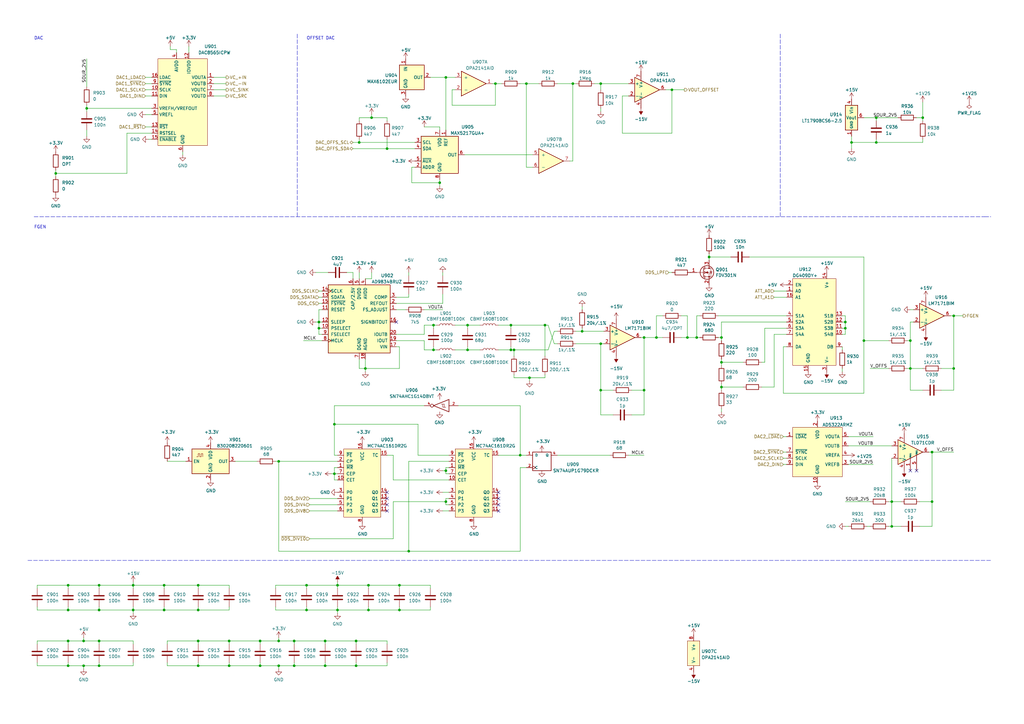
<source format=kicad_sch>
(kicad_sch (version 20211123) (generator eeschema)
  (paper "A3")
  (lib_symbols
    (symbol "74xGxx:74AHC1G14" (pin_names (offset 1.016))
      (property "Reference" "U" (at -2.54 3.81 0))
      (property "Value" "74AHC1G14" (at 0 -3.81 0))
      (symbol "74AHC1G14_1_1"
        (pin input line (at -7.62 0 0) (length 3.81) (name "~") (number "2"))
        (pin power_in line (at 0 -2.54 270) (length 0) hide (name "GND") (number "3"))
        (pin output inverted (at 6.35 0 180) (length 3.81) (name "~") (number "4"))
        (pin power_in line (at 0 2.54 90) (length 0) hide (name "VCC") (number "5"))
      )
    )
    (symbol "74xGxx:74AUP1G79" (pin_names (offset 1.016))
      (property "Reference" "U" (at -2.54 5.08 0))
      (property "Value" "74AUP1G79" (at 0 -5.08 0))
      (symbol "74AUP1G79_1_1"
        (pin input line (at -6.35 2.54 0) (length 2.54) (name "D") (number "1"))
        (pin input clock (at -6.35 -2.54 0) (length 2.54) (name "C") (number "2"))
        (pin power_in line (at 0 -3.81 270) (length 0) hide (name "GND") (number "3"))
        (pin output line (at 6.35 2.54 180) (length 2.54) (name "Q") (number "4"))
        (pin power_in line (at 0 3.81 90) (length 0) hide (name "VCC") (number "5"))
      )
    )
    (symbol "Amplifier_Operational:LM7171xIM" (pin_names (offset 0.127))
      (property "Reference" "U" (at 0 6.35 0))
      (property "Value" "LM7171xIM" (at 0 3.81 0))
      (symbol "LM7171xIM_1_1"
        (pin no_connect line (at 0 7.62 270) (length 5.08) hide (name "NC") (number "1"))
        (pin input line (at -7.62 -2.54 0) (length 2.54) (name "-") (number "2"))
        (pin input line (at -7.62 2.54 0) (length 2.54) (name "+") (number "3"))
        (pin power_in line (at -2.54 -7.62 90) (length 3.81) (name "V-") (number "4"))
        (pin no_connect line (at 0 -7.62 90) (length 5.08) hide (name "NC") (number "5"))
        (pin output line (at 7.62 0 180) (length 2.54) (name "~") (number "6"))
        (pin power_in line (at -2.54 7.62 270) (length 3.81) (name "V+") (number "7"))
        (pin no_connect line (at 2.54 -7.62 90) (length 6.35) hide (name "NC") (number "8"))
      )
    )
    (symbol "Amplifier_Operational:TL071" (pin_names (offset 0.127))
      (property "Reference" "U" (at 0 6.35 0))
      (property "Value" "TL071" (at 0 3.81 0))
      (symbol "TL071_1_1"
        (pin input line (at 0 -7.62 90) (length 5.08) (name "NULL") (number "1"))
        (pin input line (at -7.62 -2.54 0) (length 2.54) (name "-") (number "2"))
        (pin input line (at -7.62 2.54 0) (length 2.54) (name "+") (number "3"))
        (pin power_in line (at -2.54 -7.62 90) (length 3.81) (name "V-") (number "4"))
        (pin input line (at 2.54 -7.62 90) (length 6.35) (name "NULL") (number "5"))
        (pin output line (at 7.62 0 180) (length 2.54) (name "~") (number "6"))
        (pin power_in line (at -2.54 7.62 270) (length 3.81) (name "V+") (number "7"))
        (pin no_connect line (at 0 2.54 270) (length 2.54) hide (name "NC") (number "8"))
      )
    )
    (symbol "Analog_DAC:DAC8565"
      (property "Reference" "U" (at -8.89 21.59 0))
      (property "Value" "DAC8565" (at 10.16 21.59 0))
      (symbol "DAC8565_0_0"
        (pin output line (at 12.7 12.7 180) (length 2.54) (name "VOUTA") (number "1"))
        (pin input line (at -12.7 7.62 0) (length 2.54) (name "SCLK") (number "10"))
        (pin input line (at -12.7 5.08 0) (length 2.54) (name "DIN") (number "11"))
        (pin power_in line (at 2.54 22.86 270) (length 2.54) (name "IOVDD") (number "12"))
        (pin input line (at -12.7 -7.62 0) (length 2.54) (name "~{RST}") (number "13"))
        (pin input line (at -12.7 -10.16 0) (length 2.54) (name "RSTSEL") (number "14"))
        (pin input line (at -12.7 -12.7 0) (length 2.54) (name "~{ENABLE}") (number "15"))
        (pin input line (at -12.7 12.7 0) (length 2.54) (name "LDAC") (number "16"))
        (pin output line (at 12.7 10.16 180) (length 2.54) (name "VOUTB") (number "2"))
        (pin bidirectional line (at -12.7 0 0) (length 2.54) (name "VREFH/VREFOUT") (number "3"))
        (pin power_in line (at -2.54 22.86 270) (length 2.54) (name "AVDD") (number "4"))
        (pin input line (at -12.7 -2.54 0) (length 2.54) (name "VREFL") (number "5"))
        (pin power_in line (at 0 -17.78 90) (length 2.54) (name "GND") (number "6"))
        (pin output line (at 12.7 7.62 180) (length 2.54) (name "VOUTC") (number "7"))
        (pin output line (at 12.7 5.08 180) (length 2.54) (name "VOUTD") (number "8"))
        (pin input line (at -12.7 10.16 0) (length 2.54) (name "~{SYNC}") (number "9"))
      )
    )
    (symbol "Analog_DAC:MAX5217"
      (property "Reference" "U" (at 8.89 6.35 0))
      (property "Value" "MAX5217" (at 8.89 3.81 0))
      (symbol "MAX5217_1_1"
        (pin power_in line (at 2.54 10.16 270) (length 2.54) (name "REF") (number "1"))
        (pin input line (at -10.16 -5.08 0) (length 2.54) (name "ADDR") (number "2"))
        (pin input line (at -10.16 5.08 0) (length 2.54) (name "SCL") (number "3"))
        (pin bidirectional line (at -10.16 2.54 0) (length 2.54) (name "SDA") (number "4"))
        (pin input line (at -10.16 -2.54 0) (length 2.54) (name "~{AUX}") (number "5"))
        (pin output line (at 10.16 0 180) (length 2.54) (name "OUT") (number "6"))
        (pin power_in line (at 0 10.16 270) (length 2.54) (name "VDD") (number "7"))
        (pin power_in line (at 0 -10.16 90) (length 2.54) (name "GND") (number "8"))
      )
    )
    (symbol "Device:C" (pin_numbers hide) (pin_names (offset 0.254))
      (property "Reference" "C" (at 0.635 2.54 0))
      (property "Value" "C" (at 0.635 -2.54 0))
      (symbol "C_1_1"
        (pin passive line (at 0 3.81 270) (length 2.794) (name "~") (number "1"))
        (pin passive line (at 0 -3.81 90) (length 2.794) (name "~") (number "2"))
      )
    )
    (symbol "Device:L" (pin_numbers hide) (pin_names (offset 1.016) hide)
      (property "Reference" "L" (at -1.27 0 90))
      (property "Value" "L" (at 1.905 0 90))
      (symbol "L_1_1"
        (pin passive line (at 0 3.81 270) (length 1.27) (name "1") (number "1"))
        (pin passive line (at 0 -3.81 90) (length 1.27) (name "2") (number "2"))
      )
    )
    (symbol "Device:Q_NMOS_GSD" (pin_names (offset 0) hide)
      (property "Reference" "Q" (at 5.08 1.27 0))
      (property "Value" "Q_NMOS_GSD" (at 5.08 -1.27 0))
      (symbol "Q_NMOS_GSD_1_1"
        (pin input line (at -5.08 0 0) (length 2.54) (name "G") (number "1"))
        (pin passive line (at 2.54 -5.08 90) (length 2.54) (name "S") (number "2"))
        (pin passive line (at 2.54 5.08 270) (length 2.54) (name "D") (number "3"))
      )
    )
    (symbol "Device:R" (pin_numbers hide) (pin_names (offset 0))
      (property "Reference" "R" (at 2.032 0 90))
      (property "Value" "R" (at 0 0 90))
      (symbol "R_1_1"
        (pin passive line (at 0 3.81 270) (length 1.27) (name "~") (number "1"))
        (pin passive line (at 0 -3.81 90) (length 1.27) (name "~") (number "2"))
      )
    )
    (symbol "ETH1CSMU2:+1V25" (power) (pin_names (offset 0))
      (property "Value" "+1V25" (at 0 3.556 0))
      (symbol "+1V25_1_1"
        (pin power_in line (at 0 0 90) (length 0) hide (name "+1V25") (number "1"))
      )
    )
    (symbol "ETH1CSMU2:74AC161" (pin_names (offset 1.016))
      (property "Reference" "U" (at 5.08 19.05 0))
      (property "Value" "74AC161" (at 6.35 16.51 0))
      (symbol "74AC161_1_1"
        (pin input line (at -10.16 7.62 0) (length 2.54) (name "~{MR}") (number "1"))
        (pin input line (at -10.16 2.54 0) (length 2.54) (name "CET") (number "10"))
        (pin output line (at 10.16 -10.16 180) (length 2.54) (name "Q3") (number "11"))
        (pin output line (at 10.16 -7.62 180) (length 2.54) (name "Q2") (number "12"))
        (pin output line (at 10.16 -5.08 180) (length 2.54) (name "Q1") (number "13"))
        (pin output line (at 10.16 -2.54 180) (length 2.54) (name "Q0") (number "14"))
        (pin output line (at 10.16 12.7 180) (length 2.54) (name "TC") (number "15"))
        (pin passive line (at 0 17.78 270) (length 2.54) (name "VCC") (number "16"))
        (pin input line (at -10.16 10.16 0) (length 2.54) (name "CP") (number "2"))
        (pin input line (at -10.16 -2.54 0) (length 2.54) (name "P0") (number "3"))
        (pin input line (at -10.16 -5.08 0) (length 2.54) (name "P1") (number "4"))
        (pin input line (at -10.16 -7.62 0) (length 2.54) (name "P2") (number "5"))
        (pin input line (at -10.16 -10.16 0) (length 2.54) (name "P3") (number "6"))
        (pin input line (at -10.16 5.08 0) (length 2.54) (name "CEP") (number "7"))
        (pin passive line (at 0 -15.24 90) (length 2.54) (name "GND") (number "8"))
        (pin input line (at -10.16 12.7 0) (length 2.54) (name "~{PE}") (number "9"))
      )
    )
    (symbol "ETH1CSMU2:AD5322" (pin_names (offset 1.016))
      (property "Reference" "U" (at -8.89 10.16 0))
      (property "Value" "AD5322" (at 6.35 10.16 0))
      (symbol "AD5322_0_0"
        (pin input line (at -12.7 5.08 0) (length 2.54) (name "~{LDAC}") (number "1"))
        (pin passive line (at 0 -13.97 90) (length 2.54) (name "GND") (number "10"))
        (pin passive line (at 0 11.43 270) (length 2.54) (name "VDD") (number "2"))
        (pin passive line (at 12.7 -6.35 180) (length 2.54) (name "VREFB") (number "3"))
        (pin passive line (at 12.7 -2.54 180) (length 2.54) (name "VREFA") (number "4"))
        (pin output line (at 12.7 5.08 180) (length 2.54) (name "VOUTA") (number "5"))
        (pin output line (at 12.7 1.27 180) (length 2.54) (name "VOUTB") (number "6"))
        (pin input line (at -12.7 -1.27 0) (length 2.54) (name "~{SYNC}") (number "7"))
        (pin input line (at -12.7 -3.81 0) (length 2.54) (name "SCLK") (number "8"))
        (pin input line (at -12.7 -6.35 0) (length 2.54) (name "DIN") (number "9"))
      )
    )
    (symbol "ETH1CSMU2:DG409" (pin_names (offset 1.016))
      (property "Reference" "U" (at -3.81 21.59 0))
      (property "Value" "DG409" (at -3.81 19.05 0))
      (symbol "DG409_1_1"
        (pin input line (at -11.43 12.7 0) (length 2.54) (name "A0") (number "1"))
        (pin bidirectional line (at 11.43 -5.08 180) (length 2.54) (name "S4B") (number "10"))
        (pin bidirectional line (at 11.43 -2.54 180) (length 2.54) (name "S3B") (number "11"))
        (pin bidirectional line (at 11.43 0 180) (length 2.54) (name "S2B") (number "12"))
        (pin bidirectional line (at 11.43 2.54 180) (length 2.54) (name "S1B") (number "13"))
        (pin passive line (at 5.08 20.32 270) (length 2.54) (name "V+") (number "14"))
        (pin passive line (at -2.54 -20.32 90) (length 2.54) (name "GND") (number "15"))
        (pin input line (at -11.43 10.16 0) (length 2.54) (name "A1") (number "16"))
        (pin input line (at -11.43 15.24 0) (length 2.54) (name "EN") (number "2"))
        (pin passive line (at 5.08 -20.32 90) (length 2.54) (name "V-") (number "3"))
        (pin bidirectional line (at -11.43 2.54 0) (length 2.54) (name "S1A") (number "4"))
        (pin bidirectional line (at -11.43 0 0) (length 2.54) (name "S2A") (number "5"))
        (pin bidirectional line (at -11.43 -2.54 0) (length 2.54) (name "S3A") (number "6"))
        (pin bidirectional line (at -11.43 -5.08 0) (length 2.54) (name "S4A") (number "7"))
        (pin bidirectional line (at -11.43 -10.16 0) (length 2.54) (name "DA") (number "8"))
        (pin bidirectional line (at 11.43 -10.16 180) (length 2.54) (name "DB") (number "9"))
      )
    )
    (symbol "ETH1CSMU2:IQXO-791"
      (property "Reference" "X" (at 5.08 8.89 0))
      (property "Value" "IQXO-791" (at 1.27 6.35 0))
      (symbol "IQXO-791_1_1"
        (pin input line (at -10.16 0 0) (length 2.54) (name "EN") (number "1"))
        (pin power_in line (at 0 -7.62 90) (length 2.54) (name "GND") (number "2"))
        (pin output line (at 10.16 0 180) (length 2.54) (name "OUT") (number "3"))
        (pin power_in line (at 0 7.62 270) (length 2.54) (name "VDD") (number "4"))
      )
    )
    (symbol "ETH1CSMU2:OPA140" (pin_names (offset 0.127))
      (property "Reference" "U" (at 0 6.35 0))
      (property "Value" "OPA140" (at 0 3.81 0))
      (symbol "OPA140_1_1"
        (pin no_connect non_logic (at -5.08 1.27 180) (length 0) hide (name "NULL") (number "1"))
        (pin input line (at -7.62 -2.54 0) (length 2.54) (name "-") (number "2"))
        (pin input line (at -7.62 2.54 0) (length 2.54) (name "+") (number "3"))
        (pin power_in line (at -2.54 -7.62 90) (length 3.81) (name "V-") (number "4"))
        (pin no_connect non_logic (at -5.08 -1.27 180) (length 0) hide (name "NULL") (number "5"))
        (pin output line (at 7.62 0 180) (length 2.54) (name "~") (number "6"))
        (pin power_in line (at -2.54 7.62 270) (length 3.81) (name "V+") (number "7"))
        (pin no_connect line (at 0 2.54 270) (length 2.54) hide (name "NC") (number "8"))
      )
    )
    (symbol "ETH1CSMU2:OPA2140" (pin_names (offset 1.016))
      (property "Reference" "U" (at 7.62 6.35 0))
      (property "Value" "OPA2140" (at 7.62 3.81 0))
      (symbol "OPA2140_1_1"
        (pin output line (at 8.89 0 180) (length 2.54) (name "~") (number "1"))
        (pin input line (at -6.35 2.54 0) (length 2.54) (name "-") (number "2"))
        (pin input line (at -6.35 -2.54 0) (length 2.54) (name "+") (number "3"))
      )
      (symbol "OPA2140_2_1"
        (pin input line (at -6.35 -2.54 0) (length 2.54) (name "+") (number "5"))
        (pin input line (at -6.35 2.54 0) (length 2.54) (name "-") (number "6"))
        (pin output line (at 8.89 0 180) (length 2.54) (name "~") (number "7"))
      )
      (symbol "OPA2140_3_1"
        (pin passive line (at 0 -7.62 90) (length 2.54) (name "V-") (number "4"))
        (pin passive line (at 0 7.62 270) (length 2.54) (name "V+") (number "8"))
      )
    )
    (symbol "Interface:AD9834" (pin_names (offset 1.016))
      (property "Reference" "U" (at -12.7 16.51 0))
      (property "Value" "AD9834" (at 5.334 16.51 0))
      (symbol "AD9834_1_1"
        (pin passive line (at 15.24 5.08 180) (length 2.54) (name "FS_ADJUST") (number "1"))
        (pin input line (at -15.24 -2.54 0) (length 2.54) (name "PSELECT") (number "10"))
        (pin input line (at -15.24 5.08 0) (length 2.54) (name "RESET") (number "11"))
        (pin input line (at -15.24 0 0) (length 2.54) (name "SLEEP") (number "12"))
        (pin input line (at -15.24 10.16 0) (length 2.54) (name "SDATA") (number "13"))
        (pin input clock (at -15.24 12.7 0) (length 2.54) (name "SCLK") (number "14"))
        (pin input line (at -15.24 7.62 0) (length 2.54) (name "~{FSYNC}") (number "15"))
        (pin output line (at 15.24 0 180) (length 2.54) (name "SIGNBITOUT") (number "16"))
        (pin power_in line (at 15.24 -10.16 180) (length 2.54) (name "VIN") (number "17"))
        (pin power_in line (at 2.54 -15.24 90) (length 2.54) (name "AGND") (number "18"))
        (pin output line (at 15.24 -7.62 180) (length 2.54) (name "IOUT") (number "19"))
        (pin output line (at 15.24 7.62 180) (length 2.54) (name "REFOUT") (number "2"))
        (pin output line (at 15.24 -5.08 180) (length 2.54) (name "IOUTB") (number "20"))
        (pin passive line (at 15.24 10.16 180) (length 2.54) (name "COMP") (number "3"))
        (pin power_in line (at 2.54 17.78 270) (length 2.54) (name "AVDD") (number "4"))
        (pin power_in line (at 0 17.78 270) (length 2.54) (name "DVDD") (number "5"))
        (pin passive line (at -2.54 17.78 270) (length 2.54) (name "CAP/2.5V") (number "6"))
        (pin power_in line (at 0 -15.24 90) (length 2.54) (name "DGND") (number "7"))
        (pin input clock (at -15.24 -7.62 0) (length 2.54) (name "MCLK") (number "8"))
        (pin input line (at -15.24 -5.08 0) (length 2.54) (name "FSELECT") (number "9"))
      )
    )
    (symbol "Reference_Voltage:LT1790-2.5"
      (property "Reference" "U" (at -3.81 6.35 0))
      (property "Value" "LT1790-2.5" (at 6.35 -6.35 0))
      (symbol "LT1790-2.5_1_1"
        (pin power_in line (at 0 -7.62 90) (length 2.54) (name "GND") (number "1"))
        (pin passive line (at 0 -7.62 90) (length 2.54) hide (name "GND") (number "2"))
        (pin power_in line (at 0 7.62 270) (length 2.54) (name "Vin") (number "4"))
        (pin output line (at 5.08 0 180) (length 2.54) (name "Vout") (number "6"))
      )
    )
    (symbol "Reference_Voltage:MAX6102"
      (property "Reference" "U" (at 0 6.35 0))
      (property "Value" "MAX6102" (at 2.54 -6.35 0))
      (symbol "MAX6102_1_1"
        (pin power_in line (at -2.54 7.62 270) (length 2.54) (name "IN") (number "1"))
        (pin power_out line (at 7.62 0 180) (length 2.54) (name "OUT") (number "2"))
        (pin power_in line (at -2.54 -7.62 90) (length 2.54) (name "GND") (number "3"))
      )
    )
    (symbol "power:+15V" (power) (pin_names (offset 0))
      (property "Value" "+15V" (at 0 3.556 0))
      (symbol "+15V_1_1"
        (pin power_in line (at 0 0 90) (length 0) hide (name "+15V") (number "1"))
      )
    )
    (symbol "power:+3.3V" (power) (pin_names (offset 0))
      (property "Value" "+3.3V" (at 0 3.556 0))
      (symbol "+3.3V_1_1"
        (pin power_in line (at 0 0 90) (length 0) hide (name "+3.3V") (number "1"))
      )
    )
    (symbol "power:+5V" (power) (pin_names (offset 0))
      (property "Value" "+5V" (at 0 3.556 0))
      (symbol "+5V_1_1"
        (pin power_in line (at 0 0 90) (length 0) hide (name "+5V") (number "1"))
      )
    )
    (symbol "power:-15V" (power) (pin_names (offset 0))
      (property "Value" "-15V" (at 0 3.81 0))
      (symbol "-15V_0_0"
        (pin power_in line (at 0 0 90) (length 0) hide (name "-15V") (number "1"))
      )
    )
    (symbol "power:GND" (power) (pin_names (offset 0))
      (property "Value" "GND" (at 0 -3.81 0))
      (symbol "GND_1_1"
        (pin power_in line (at 0 0 270) (length 0) hide (name "GND") (number "1"))
      )
    )
    (symbol "power:PWR_FLAG" (power) (pin_numbers hide) (pin_names (offset 0) hide)
      (property "Value" "PWR_FLAG" (at 0 3.81 0))
      (symbol "PWR_FLAG_0_0"
        (pin power_out line (at 0 0 90) (length 0) (name "pwr") (number "1"))
      )
    )
  )
  (junction (at 27.94 240.03))
  (junction (at 203.2 34.29))
  (junction (at 133.35 262.89))
  (junction (at 114.3 189.23))
  (junction (at 35.56 44.45))
  (junction (at 54.61 240.03))
  (junction (at 191.77 143.51))
  (junction (at 146.05 262.89))
  (junction (at 67.31 250.19))
  (junction (at 147.32 58.42))
  (junction (at 106.68 262.89))
  (junction (at 34.29 262.89))
  (junction (at 349.25 58.42))
  (junction (at 346.71 132.08))
  (junction (at 177.8 143.51))
  (junction (at 151.13 250.19))
  (junction (at 191.77 133.35))
  (junction (at 151.13 240.03))
  (junction (at 354.33 139.7))
  (junction (at 213.36 186.69))
  (junction (at 93.98 273.05))
  (junction (at 180.34 74.93))
  (junction (at 391.16 129.54))
  (junction (at 373.38 139.7))
  (junction (at 120.65 273.05))
  (junction (at 163.83 240.03))
  (junction (at 223.52 133.35))
  (junction (at 382.27 185.42))
  (junction (at 378.46 48.26))
  (junction (at 373.38 151.13))
  (junction (at 120.65 262.89))
  (junction (at 125.73 240.03))
  (junction (at 93.98 262.89))
  (junction (at 40.64 262.89))
  (junction (at 106.68 273.05))
  (junction (at 290.83 105.41))
  (junction (at 209.55 133.35))
  (junction (at 182.88 31.75))
  (junction (at 281.94 138.43))
  (junction (at 158.75 60.96))
  (junction (at 81.28 273.05))
  (junction (at 246.38 34.29))
  (junction (at 138.43 240.03))
  (junction (at 275.59 36.83))
  (junction (at 163.83 250.19))
  (junction (at 365.76 215.9))
  (junction (at 81.28 262.89))
  (junction (at 210.82 143.51))
  (junction (at 40.64 273.05))
  (junction (at 234.95 34.29))
  (junction (at 130.81 134.62))
  (junction (at 177.8 133.35))
  (junction (at 238.76 135.89))
  (junction (at 40.64 250.19))
  (junction (at 125.73 250.19))
  (junction (at 359.41 58.42))
  (junction (at 22.86 71.12))
  (junction (at 149.86 151.13))
  (junction (at 40.64 240.03))
  (junction (at 81.28 240.03))
  (junction (at 246.38 140.97))
  (junction (at 27.94 250.19))
  (junction (at 264.16 160.02))
  (junction (at 130.81 132.08))
  (junction (at 81.28 250.19))
  (junction (at 114.3 273.05))
  (junction (at 138.43 250.19))
  (junction (at 264.16 138.43))
  (junction (at 269.24 138.43))
  (junction (at 137.16 194.31))
  (junction (at 54.61 250.19))
  (junction (at 182.88 205.74))
  (junction (at 285.75 138.43))
  (junction (at 137.16 173.99))
  (junction (at 295.91 158.75))
  (junction (at 346.71 134.62))
  (junction (at 365.76 205.74))
  (junction (at 152.4 48.26))
  (junction (at 114.3 262.89))
  (junction (at 295.91 148.59))
  (junction (at 209.55 143.51))
  (junction (at 146.05 273.05))
  (junction (at 246.38 160.02))
  (junction (at 295.91 138.43))
  (junction (at 382.27 205.74))
  (junction (at 217.17 154.94))
  (junction (at 34.29 273.05))
  (junction (at 133.35 273.05))
  (junction (at 27.94 273.05))
  (junction (at 391.16 151.13))
  (junction (at 215.9 34.29))
  (junction (at 359.41 48.26))
  (junction (at 67.31 240.03))
  (junction (at 27.94 262.89))
  (junction (at 167.64 226.06))
  (junction (at 182.88 193.04))
  (no_connect (at 162.56 132.08))
  (no_connect (at 204.47 204.47))
  (no_connect (at 158.75 207.01))
  (no_connect (at 204.47 201.93))
  (no_connect (at 375.92 193.04))
  (no_connect (at 204.47 209.55))
  (no_connect (at 158.75 204.47))
  (no_connect (at 158.75 209.55))
  (no_connect (at 204.47 207.01))
  (no_connect (at 158.75 201.93))
  (no_connect (at 373.38 193.04))
  (wire (pts (xy 130.81 134.62) (xy 130.81 137.16)))
  (wire (pts (xy 304.8 148.59) (xy 295.91 148.59)))
  (wire (pts (xy 125.73 250.19) (xy 113.03 250.19)))
  (wire (pts (xy 67.31 240.03) (xy 67.31 241.3)))
  (wire (pts (xy 377.19 215.9) (xy 382.27 215.9)))
  (wire (pts (xy 22.86 69.85) (xy 22.86 71.12)))
  (wire (pts (xy 181.61 193.04) (xy 182.88 193.04)))
  (wire (pts (xy 54.61 250.19) (xy 54.61 248.92)))
  (wire (pts (xy 378.46 48.26) (xy 375.92 48.26)))
  (wire (pts (xy 162.56 127) (xy 166.37 127)))
  (wire (pts (xy 138.43 209.55) (xy 127 209.55)))
  (wire (pts (xy 257.81 186.69) (xy 264.16 186.69)))
  (wire (pts (xy 81.28 250.19) (xy 81.28 248.92)))
  (wire (pts (xy 68.58 262.89) (xy 81.28 262.89)))
  (wire (pts (xy 147.32 111.76) (xy 147.32 114.3)))
  (wire (pts (xy 27.94 273.05) (xy 34.29 273.05)))
  (wire (pts (xy 173.99 133.35) (xy 177.8 133.35)))
  (wire (pts (xy 138.43 207.01) (xy 127 207.01)))
  (wire (pts (xy 285.75 138.43) (xy 285.75 129.54)))
  (wire (pts (xy 180.34 53.34) (xy 180.34 52.07)))
  (wire (pts (xy 22.86 71.12) (xy 22.86 72.39)))
  (wire (pts (xy 146.05 273.05) (xy 133.35 273.05)))
  (wire (pts (xy 210.82 143.51) (xy 210.82 146.05)))
  (wire (pts (xy 171.45 186.69) (xy 171.45 173.99)))
  (wire (pts (xy 54.61 250.19) (xy 67.31 250.19)))
  (polyline (pts (xy 13.97 88.9) (xy 403.86 88.9)))
  (wire (pts (xy 40.64 271.78) (xy 40.64 273.05)))
  (wire (pts (xy 204.47 143.51) (xy 209.55 143.51)))
  (wire (pts (xy 234.95 34.29) (xy 236.22 34.29)))
  (wire (pts (xy 204.47 186.69) (xy 213.36 186.69)))
  (wire (pts (xy 114.3 262.89) (xy 120.65 262.89)))
  (wire (pts (xy 161.29 205.74) (xy 161.29 220.98)))
  (wire (pts (xy 27.94 250.19) (xy 15.24 250.19)))
  (wire (pts (xy 146.05 262.89) (xy 158.75 262.89)))
  (wire (pts (xy 287.02 138.43) (xy 285.75 138.43)))
  (wire (pts (xy 281.94 138.43) (xy 285.75 138.43)))
  (wire (pts (xy 365.76 215.9) (xy 369.57 215.9)))
  (wire (pts (xy 59.69 36.83) (xy 62.23 36.83)))
  (wire (pts (xy 269.24 138.43) (xy 271.78 138.43)))
  (wire (pts (xy 81.28 264.16) (xy 81.28 262.89)))
  (wire (pts (xy 163.83 151.13) (xy 149.86 151.13)))
  (wire (pts (xy 204.47 133.35) (xy 209.55 133.35)))
  (wire (pts (xy 114.3 273.05) (xy 120.65 273.05)))
  (wire (pts (xy 158.75 57.15) (xy 158.75 60.96)))
  (wire (pts (xy 322.58 121.92) (xy 317.5 121.92)))
  (wire (pts (xy 359.41 57.15) (xy 359.41 58.42)))
  (wire (pts (xy 138.43 196.85) (xy 137.16 196.85)))
  (wire (pts (xy 313.69 134.62) (xy 322.58 134.62)))
  (wire (pts (xy 60.96 57.15) (xy 62.23 57.15)))
  (wire (pts (xy 373.38 127) (xy 374.65 127)))
  (wire (pts (xy 40.64 248.92) (xy 40.64 250.19)))
  (wire (pts (xy 210.82 153.67) (xy 210.82 154.94)))
  (wire (pts (xy 345.44 132.08) (xy 346.71 132.08)))
  (wire (pts (xy 138.43 250.19) (xy 125.73 250.19)))
  (wire (pts (xy 185.42 43.18) (xy 203.2 43.18)))
  (wire (pts (xy 373.38 139.7) (xy 373.38 151.13)))
  (wire (pts (xy 321.31 142.24) (xy 321.31 161.29)))
  (wire (pts (xy 321.31 185.42) (xy 322.58 185.42)))
  (wire (pts (xy 146.05 271.78) (xy 146.05 273.05)))
  (wire (pts (xy 168.91 68.58) (xy 170.18 68.58)))
  (wire (pts (xy 203.2 34.29) (xy 205.74 34.29)))
  (wire (pts (xy 130.81 132.08) (xy 130.81 134.62)))
  (wire (pts (xy 346.71 134.62) (xy 346.71 137.16)))
  (wire (pts (xy 349.25 55.88) (xy 349.25 58.42)))
  (wire (pts (xy 209.55 133.35) (xy 209.55 134.62)))
  (wire (pts (xy 151.13 240.03) (xy 163.83 240.03)))
  (wire (pts (xy 138.43 250.19) (xy 138.43 251.46)))
  (wire (pts (xy 215.9 34.29) (xy 220.98 34.29)))
  (wire (pts (xy 322.58 119.38) (xy 317.5 119.38)))
  (wire (pts (xy 149.86 147.32) (xy 149.86 151.13)))
  (wire (pts (xy 138.43 248.92) (xy 138.43 250.19)))
  (wire (pts (xy 346.71 137.16) (xy 345.44 137.16)))
  (wire (pts (xy 382.27 205.74) (xy 382.27 185.42)))
  (wire (pts (xy 359.41 58.42) (xy 378.46 58.42)))
  (wire (pts (xy 213.36 191.77) (xy 215.9 191.77)))
  (wire (pts (xy 138.43 240.03) (xy 151.13 240.03)))
  (wire (pts (xy 179.07 133.35) (xy 177.8 133.35)))
  (wire (pts (xy 177.8 143.51) (xy 177.8 142.24)))
  (wire (pts (xy 137.16 194.31) (xy 137.16 191.77)))
  (wire (pts (xy 213.36 166.37) (xy 187.96 166.37)))
  (wire (pts (xy 364.49 205.74) (xy 365.76 205.74)))
  (wire (pts (xy 295.91 139.7) (xy 295.91 138.43)))
  (wire (pts (xy 321.31 161.29) (xy 354.33 161.29)))
  (wire (pts (xy 81.28 250.19) (xy 93.98 250.19)))
  (wire (pts (xy 138.43 189.23) (xy 114.3 189.23)))
  (wire (pts (xy 149.86 114.3) (xy 152.4 114.3)))
  (wire (pts (xy 185.42 36.83) (xy 185.42 43.18)))
  (wire (pts (xy 54.61 264.16) (xy 54.61 262.89)))
  (wire (pts (xy 190.5 63.5) (xy 218.44 63.5)))
  (wire (pts (xy 228.6 135.89) (xy 227.33 135.89)))
  (wire (pts (xy 93.98 273.05) (xy 106.68 273.05)))
  (wire (pts (xy 67.31 248.92) (xy 67.31 250.19)))
  (wire (pts (xy 146.05 262.89) (xy 146.05 264.16)))
  (wire (pts (xy 167.64 226.06) (xy 213.36 226.06)))
  (wire (pts (xy 279.4 138.43) (xy 281.94 138.43)))
  (wire (pts (xy 295.91 158.75) (xy 295.91 157.48)))
  (wire (pts (xy 81.28 241.3) (xy 81.28 240.03)))
  (wire (pts (xy 322.58 142.24) (xy 321.31 142.24)))
  (wire (pts (xy 312.42 158.75) (xy 317.5 158.75)))
  (polyline (pts (xy 11.43 229.87) (xy 406.4 229.87)))
  (wire (pts (xy 35.56 24.13) (xy 35.56 35.56)))
  (wire (pts (xy 184.15 194.31) (xy 182.88 194.31)))
  (wire (pts (xy 238.76 125.73) (xy 238.76 127)))
  (wire (pts (xy 364.49 215.9) (xy 365.76 215.9)))
  (wire (pts (xy 106.68 262.89) (xy 106.68 264.16)))
  (wire (pts (xy 114.3 226.06) (xy 114.3 189.23)))
  (wire (pts (xy 264.16 138.43) (xy 262.89 138.43)))
  (wire (pts (xy 345.44 152.4) (xy 345.44 151.13)))
  (wire (pts (xy 133.35 262.89) (xy 133.35 264.16)))
  (wire (pts (xy 87.63 31.75) (xy 92.71 31.75)))
  (wire (pts (xy 68.58 264.16) (xy 68.58 262.89)))
  (wire (pts (xy 203.2 43.18) (xy 203.2 34.29)))
  (wire (pts (xy 27.94 271.78) (xy 27.94 273.05)))
  (wire (pts (xy 246.38 160.02) (xy 251.46 160.02)))
  (wire (pts (xy 113.03 250.19) (xy 113.03 248.92)))
  (wire (pts (xy 346.71 129.54) (xy 346.71 132.08)))
  (wire (pts (xy 158.75 262.89) (xy 158.75 264.16)))
  (wire (pts (xy 354.33 105.41) (xy 354.33 139.7)))
  (wire (pts (xy 147.32 151.13) (xy 149.86 151.13)))
  (wire (pts (xy 365.76 187.96) (xy 365.76 205.74)))
  (wire (pts (xy 321.31 187.96) (xy 322.58 187.96)))
  (wire (pts (xy 295.91 132.08) (xy 295.91 138.43)))
  (wire (pts (xy 215.9 68.58) (xy 218.44 68.58)))
  (wire (pts (xy 355.6 215.9) (xy 356.87 215.9)))
  (wire (pts (xy 213.36 34.29) (xy 215.9 34.29)))
  (wire (pts (xy 354.33 48.26) (xy 359.41 48.26)))
  (wire (pts (xy 132.08 139.7) (xy 124.46 139.7)))
  (wire (pts (xy 279.4 129.54) (xy 281.94 129.54)))
  (wire (pts (xy 176.53 240.03) (xy 176.53 241.3)))
  (wire (pts (xy 162.56 124.46) (xy 181.61 124.46)))
  (wire (pts (xy 391.16 129.54) (xy 394.97 129.54)))
  (wire (pts (xy 72.39 20.32) (xy 69.85 20.32)))
  (wire (pts (xy 182.88 193.04) (xy 182.88 191.77)))
  (wire (pts (xy 347.98 182.88) (xy 365.76 182.88)))
  (wire (pts (xy 130.81 127) (xy 132.08 127)))
  (wire (pts (xy 129.54 132.08) (xy 130.81 132.08)))
  (wire (pts (xy 135.89 194.31) (xy 137.16 194.31)))
  (wire (pts (xy 186.69 143.51) (xy 191.77 143.51)))
  (wire (pts (xy 346.71 205.74) (xy 356.87 205.74)))
  (wire (pts (xy 295.91 138.43) (xy 294.64 138.43)))
  (wire (pts (xy 179.07 143.51) (xy 177.8 143.51)))
  (wire (pts (xy 184.15 207.01) (xy 182.88 207.01)))
  (wire (pts (xy 152.4 111.76) (xy 152.4 114.3)))
  (wire (pts (xy 125.73 248.92) (xy 125.73 250.19)))
  (wire (pts (xy 130.81 124.46) (xy 132.08 124.46)))
  (wire (pts (xy 255.27 39.37) (xy 255.27 54.61)))
  (wire (pts (xy 213.36 186.69) (xy 213.36 166.37)))
  (wire (pts (xy 81.28 240.03) (xy 93.98 240.03)))
  (wire (pts (xy 54.61 238.76) (xy 54.61 240.03)))
  (wire (pts (xy 93.98 262.89) (xy 93.98 264.16)))
  (wire (pts (xy 378.46 41.91) (xy 378.46 48.26)))
  (wire (pts (xy 269.24 129.54) (xy 269.24 138.43)))
  (wire (pts (xy 130.81 127) (xy 130.81 132.08)))
  (wire (pts (xy 162.56 121.92) (xy 167.64 121.92)))
  (wire (pts (xy 209.55 143.51) (xy 210.82 143.51)))
  (wire (pts (xy 378.46 49.53) (xy 378.46 48.26)))
  (wire (pts (xy 27.94 262.89) (xy 34.29 262.89)))
  (wire (pts (xy 295.91 148.59) (xy 295.91 149.86)))
  (wire (pts (xy 386.08 160.02) (xy 391.16 160.02)))
  (wire (pts (xy 184.15 189.23) (xy 167.64 189.23)))
  (wire (pts (xy 27.94 262.89) (xy 27.94 264.16)))
  (wire (pts (xy 158.75 273.05) (xy 146.05 273.05)))
  (wire (pts (xy 137.16 196.85) (xy 137.16 194.31)))
  (wire (pts (xy 173.99 137.16) (xy 173.99 133.35)))
  (wire (pts (xy 217.17 154.94) (xy 217.17 156.21)))
  (wire (pts (xy 161.29 196.85) (xy 184.15 196.85)))
  (wire (pts (xy 223.52 133.35) (xy 223.52 146.05)))
  (wire (pts (xy 346.71 215.9) (xy 347.98 215.9)))
  (wire (pts (xy 163.83 240.03) (xy 163.83 241.3)))
  (wire (pts (xy 130.81 134.62) (xy 132.08 134.62)))
  (wire (pts (xy 35.56 43.18) (xy 35.56 44.45)))
  (wire (pts (xy 246.38 34.29) (xy 257.81 34.29)))
  (wire (pts (xy 347.98 179.07) (xy 358.14 179.07)))
  (wire (pts (xy 158.75 271.78) (xy 158.75 273.05)))
  (wire (pts (xy 158.75 60.96) (xy 170.18 60.96)))
  (wire (pts (xy 105.41 189.23) (xy 96.52 189.23)))
  (wire (pts (xy 151.13 248.92) (xy 151.13 250.19)))
  (wire (pts (xy 285.75 129.54) (xy 287.02 129.54)))
  (wire (pts (xy 138.43 194.31) (xy 137.16 194.31)))
  (wire (pts (xy 228.6 34.29) (xy 234.95 34.29)))
  (wire (pts (xy 389.89 129.54) (xy 391.16 129.54)))
  (wire (pts (xy 133.35 273.05) (xy 120.65 273.05)))
  (wire (pts (xy 138.43 204.47) (xy 127 204.47)))
  (wire (pts (xy 54.61 240.03) (xy 67.31 240.03)))
  (wire (pts (xy 356.87 151.13) (xy 364.49 151.13)))
  (wire (pts (xy 349.25 58.42) (xy 359.41 58.42)))
  (wire (pts (xy 167.64 111.76) (xy 167.64 113.03)))
  (wire (pts (xy 81.28 273.05) (xy 68.58 273.05)))
  (wire (pts (xy 259.08 160.02) (xy 264.16 160.02)))
  (wire (pts (xy 54.61 262.89) (xy 40.64 262.89)))
  (wire (pts (xy 349.25 58.42) (xy 349.25 60.96)))
  (wire (pts (xy 281.94 129.54) (xy 281.94 138.43)))
  (wire (pts (xy 210.82 143.51) (xy 224.79 143.51)))
  (wire (pts (xy 167.64 121.92) (xy 167.64 120.65)))
  (wire (pts (xy 227.33 140.97) (xy 224.79 133.35)))
  (wire (pts (xy 125.73 240.03) (xy 138.43 240.03)))
  (wire (pts (xy 133.35 262.89) (xy 146.05 262.89)))
  (wire (pts (xy 177.8 133.35) (xy 177.8 134.62)))
  (polyline (pts (xy 320.04 13.97) (xy 320.04 88.9)))
  (wire (pts (xy 264.16 170.18) (xy 264.16 160.02)))
  (wire (pts (xy 151.13 250.19) (xy 138.43 250.19)))
  (wire (pts (xy 158.75 48.26) (xy 158.75 49.53)))
  (wire (pts (xy 345.44 134.62) (xy 346.71 134.62)))
  (wire (pts (xy 382.27 215.9) (xy 382.27 205.74)))
  (wire (pts (xy 321.31 190.5) (xy 322.58 190.5)))
  (wire (pts (xy 34.29 273.05) (xy 34.29 274.32)))
  (wire (pts (xy 182.88 31.75) (xy 186.69 31.75)))
  (wire (pts (xy 373.38 151.13) (xy 378.46 151.13)))
  (wire (pts (xy 163.83 240.03) (xy 176.53 240.03)))
  (wire (pts (xy 247.65 140.97) (xy 246.38 140.97)))
  (wire (pts (xy 181.61 124.46) (xy 181.61 120.65)))
  (wire (pts (xy 137.16 173.99) (xy 171.45 173.99)))
  (wire (pts (xy 59.69 39.37) (xy 62.23 39.37)))
  (wire (pts (xy 373.38 132.08) (xy 373.38 139.7)))
  (wire (pts (xy 152.4 46.99) (xy 152.4 48.26)))
  (wire (pts (xy 52.07 54.61) (xy 62.23 54.61)))
  (wire (pts (xy 74.93 62.23) (xy 74.93 63.5)))
  (wire (pts (xy 130.81 121.92) (xy 132.08 121.92)))
  (wire (pts (xy 181.61 111.76) (xy 181.61 113.03)))
  (wire (pts (xy 299.72 105.41) (xy 290.83 105.41)))
  (wire (pts (xy 358.14 190.5) (xy 347.98 190.5)))
  (wire (pts (xy 372.11 139.7) (xy 373.38 139.7)))
  (wire (pts (xy 180.34 74.93) (xy 180.34 73.66)))
  (wire (pts (xy 180.34 74.93) (xy 168.91 74.93)))
  (wire (pts (xy 381 185.42) (xy 382.27 185.42)))
  (wire (pts (xy 77.47 19.05) (xy 77.47 21.59)))
  (wire (pts (xy 138.43 240.03) (xy 138.43 241.3)))
  (wire (pts (xy 271.78 129.54) (xy 269.24 129.54)))
  (wire (pts (xy 147.32 147.32) (xy 147.32 151.13)))
  (wire (pts (xy 213.36 226.06) (xy 213.36 191.77)))
  (wire (pts (xy 167.64 189.23) (xy 167.64 226.06)))
  (wire (pts (xy 93.98 241.3) (xy 93.98 240.03)))
  (wire (pts (xy 163.83 250.19) (xy 151.13 250.19)))
  (wire (pts (xy 27.94 250.19) (xy 40.64 250.19)))
  (wire (pts (xy 87.63 34.29) (xy 92.71 34.29)))
  (wire (pts (xy 215.9 34.29) (xy 215.9 68.58)))
  (wire (pts (xy 173.99 143.51) (xy 177.8 143.51)))
  (wire (pts (xy 391.16 160.02) (xy 391.16 151.13)))
  (wire (pts (xy 209.55 142.24) (xy 209.55 143.51)))
  (wire (pts (xy 228.6 140.97) (xy 227.33 140.97)))
  (wire (pts (xy 67.31 240.03) (xy 81.28 240.03)))
  (wire (pts (xy 173.99 52.07) (xy 180.34 52.07)))
  (wire (pts (xy 144.78 58.42) (xy 147.32 58.42)))
  (wire (pts (xy 251.46 170.18) (xy 246.38 170.18)))
  (wire (pts (xy 275.59 36.83) (xy 273.05 36.83)))
  (wire (pts (xy 147.32 48.26) (xy 152.4 48.26)))
  (wire (pts (xy 106.68 271.78) (xy 106.68 273.05)))
  (wire (pts (xy 15.24 250.19) (xy 15.24 248.92)))
  (wire (pts (xy 243.84 34.29) (xy 246.38 34.29)))
  (wire (pts (xy 246.38 140.97) (xy 246.38 160.02)))
  (wire (pts (xy 346.71 132.08) (xy 346.71 134.62)))
  (wire (pts (xy 72.39 20.32) (xy 72.39 21.59)))
  (wire (pts (xy 162.56 139.7) (xy 173.99 139.7)))
  (wire (pts (xy 161.29 220.98) (xy 127 220.98)))
  (wire (pts (xy 93.98 273.05) (xy 81.28 273.05)))
  (wire (pts (xy 246.38 34.29) (xy 246.38 36.83)))
  (wire (pts (xy 34.29 262.89) (xy 40.64 262.89)))
  (wire (pts (xy 137.16 173.99) (xy 137.16 166.37)))
  (wire (pts (xy 369.57 205.74) (xy 365.76 205.74)))
  (wire (pts (xy 264.16 138.43) (xy 269.24 138.43)))
  (wire (pts (xy 209.55 133.35) (xy 223.52 133.35)))
  (wire (pts (xy 180.34 76.2) (xy 180.34 74.93)))
  (wire (pts (xy 227.33 135.89) (xy 224.79 143.51)))
  (wire (pts (xy 35.56 53.34) (xy 35.56 55.88)))
  (wire (pts (xy 15.24 240.03) (xy 27.94 240.03)))
  (wire (pts (xy 295.91 168.91) (xy 295.91 167.64)))
  (wire (pts (xy 132.08 132.08) (xy 130.81 132.08)))
  (wire (pts (xy 210.82 154.94) (xy 217.17 154.94)))
  (wire (pts (xy 15.24 264.16) (xy 15.24 262.89)))
  (wire (pts (xy 238.76 135.89) (xy 247.65 135.89)))
  (wire (pts (xy 372.11 151.13) (xy 373.38 151.13)))
  (wire (pts (xy 275.59 54.61) (xy 275.59 36.83)))
  (wire (pts (xy 359.41 48.26) (xy 359.41 49.53)))
  (wire (pts (xy 114.3 261.62) (xy 114.3 262.89)))
  (wire (pts (xy 54.61 250.19) (xy 54.61 251.46)))
  (wire (pts (xy 354.33 139.7) (xy 364.49 139.7)))
  (wire (pts (xy 93.98 262.89) (xy 106.68 262.89)))
  (wire (pts (xy 34.29 261.62) (xy 34.29 262.89)))
  (wire (pts (xy 386.08 151.13) (xy 391.16 151.13)))
  (wire (pts (xy 257.81 39.37) (xy 255.27 39.37)))
  (wire (pts (xy 182.88 204.47) (xy 184.15 204.47)))
  (wire (pts (xy 345.44 143.51) (xy 345.44 142.24)))
  (wire (pts (xy 234.95 34.29) (xy 234.95 66.04)))
  (wire (pts (xy 151.13 240.03) (xy 151.13 241.3)))
  (polyline (pts (xy 403.86 88.9) (xy 406.4 88.9)))
  (wire (pts (xy 106.68 273.05) (xy 114.3 273.05)))
  (wire (pts (xy 295.91 160.02) (xy 295.91 158.75)))
  (wire (pts (xy 68.58 273.05) (xy 68.58 271.78)))
  (wire (pts (xy 223.52 133.35) (xy 224.79 133.35)))
  (wire (pts (xy 322.58 132.08) (xy 295.91 132.08)))
  (wire (pts (xy 217.17 154.94) (xy 223.52 154.94)))
  (polyline (pts (xy 121.92 13.97) (xy 121.92 88.9)))
  (wire (pts (xy 275.59 111.76) (xy 274.32 111.76)))
  (wire (pts (xy 142.24 111.76) (xy 144.78 111.76)))
  (wire (pts (xy 163.83 248.92) (xy 163.83 250.19)))
  (wire (pts (xy 93.98 248.92) (xy 93.98 250.19)))
  (wire (pts (xy 138.43 238.76) (xy 138.43 240.03)))
  (wire (pts (xy 52.07 71.12) (xy 52.07 54.61)))
  (wire (pts (xy 76.2 189.23) (xy 68.58 189.23)))
  (wire (pts (xy 275.59 36.83) (xy 280.67 36.83)))
  (wire (pts (xy 191.77 134.62) (xy 191.77 133.35)))
  (wire (pts (xy 113.03 241.3) (xy 113.03 240.03)))
  (wire (pts (xy 391.16 151.13) (xy 391.16 129.54)))
  (wire (pts (xy 81.28 273.05) (xy 81.28 271.78)))
  (wire (pts (xy 181.61 209.55) (xy 184.15 209.55)))
  (wire (pts (xy 138.43 186.69) (xy 137.16 186.69)))
  (wire (pts (xy 163.83 142.24) (xy 163.83 151.13)))
  (wire (pts (xy 321.31 179.07) (xy 322.58 179.07)))
  (wire (pts (xy 317.5 158.75) (xy 317.5 137.16)))
  (wire (pts (xy 15.24 273.05) (xy 15.24 271.78)))
  (wire (pts (xy 87.63 39.37) (xy 92.71 39.37)))
  (wire (pts (xy 69.85 20.32) (xy 69.85 19.05)))
  (wire (pts (xy 182.88 31.75) (xy 182.88 53.34)))
  (wire (pts (xy 246.38 44.45) (xy 246.38 45.72)))
  (wire (pts (xy 161.29 186.69) (xy 158.75 186.69)))
  (wire (pts (xy 264.16 160.02) (xy 264.16 138.43)))
  (wire (pts (xy 259.08 170.18) (xy 264.16 170.18)))
  (wire (pts (xy 120.65 273.05) (xy 120.65 271.78)))
  (wire (pts (xy 59.69 52.07) (xy 62.23 52.07)))
  (wire (pts (xy 35.56 44.45) (xy 62.23 44.45)))
  (wire (pts (xy 290.83 105.41) (xy 290.83 104.14)))
  (wire (pts (xy 255.27 54.61) (xy 275.59 54.61)))
  (wire (pts (xy 59.69 46.99) (xy 62.23 46.99)))
  (wire (pts (xy 40.64 262.89) (xy 40.64 264.16)))
  (wire (pts (xy 182.88 191.77) (xy 184.15 191.77)))
  (wire (pts (xy 167.64 226.06) (xy 114.3 226.06)))
  (wire (pts (xy 133.35 271.78) (xy 133.35 273.05)))
  (wire (pts (xy 313.69 148.59) (xy 313.69 134.62)))
  (wire (pts (xy 168.91 74.93) (xy 168.91 68.58)))
  (wire (pts (xy 304.8 158.75) (xy 295.91 158.75)))
  (wire (pts (xy 182.88 207.01) (xy 182.88 205.74)))
  (wire (pts (xy 173.99 166.37) (xy 137.16 166.37)))
  (wire (pts (xy 67.31 250.19) (xy 81.28 250.19)))
  (wire (pts (xy 312.42 148.59) (xy 313.69 148.59)))
  (wire (pts (xy 191.77 133.35) (xy 186.69 133.35)))
  (wire (pts (xy 22.86 71.12) (xy 52.07 71.12)))
  (wire (pts (xy 234.95 66.04) (xy 233.68 66.04)))
  (wire (pts (xy 373.38 160.02) (xy 373.38 151.13)))
  (wire (pts (xy 173.99 127) (xy 181.61 127)))
  (wire (pts (xy 149.86 151.13) (xy 149.86 152.4)))
  (wire (pts (xy 129.54 111.76) (xy 134.62 111.76)))
  (wire (pts (xy 365.76 215.9) (xy 365.76 205.74)))
  (wire (pts (xy 186.69 36.83) (xy 185.42 36.83)))
  (wire (pts (xy 176.53 250.19) (xy 163.83 250.19)))
  (wire (pts (xy 147.32 58.42) (xy 170.18 58.42)))
  (wire (pts (xy 120.65 264.16) (xy 120.65 262.89)))
  (wire (pts (xy 40.64 240.03) (xy 40.64 241.3)))
  (wire (pts (xy 373.38 132.08) (xy 374.65 132.08)))
  (wire (pts (xy 81.28 262.89) (xy 93.98 262.89)))
  (wire (pts (xy 191.77 133.35) (xy 196.85 133.35)))
  (wire (pts (xy 182.88 194.31) (xy 182.88 193.04)))
  (wire (pts (xy 378.46 58.42) (xy 378.46 57.15)))
  (wire (pts (xy 93.98 271.78) (xy 93.98 273.05)))
  (wire (pts (xy 196.85 143.51) (xy 191.77 143.51)))
  (wire (pts (xy 377.19 205.74) (xy 382.27 205.74)))
  (wire (pts (xy 290.83 106.68) (xy 290.83 105.41)))
  (wire (pts (xy 144.78 111.76) (xy 144.78 114.3)))
  (wire (pts (xy 27.94 240.03) (xy 27.94 241.3)))
  (wire (pts (xy 87.63 36.83) (xy 92.71 36.83)))
  (wire (pts (xy 354.33 161.29) (xy 354.33 139.7)))
  (wire (pts (xy 182.88 205.74) (xy 182.88 204.47)))
  (wire (pts (xy 114.3 273.05) (xy 114.3 274.32)))
  (wire (pts (xy 147.32 57.15) (xy 147.32 58.42)))
  (wire (pts (xy 113.03 240.03) (xy 125.73 240.03)))
  (wire (pts (xy 137.16 186.69) (xy 137.16 173.99)))
  (wire (pts (xy 182.88 205.74) (xy 161.29 205.74)))
  (wire (pts (xy 59.69 34.29) (xy 62.23 34.29)))
  (wire (pts (xy 147.32 49.53) (xy 147.32 48.26)))
  (wire (pts (xy 15.24 262.89) (xy 27.94 262.89)))
  (wire (pts (xy 246.38 170.18) (xy 246.38 160.02)))
  (wire (pts (xy 27.94 240.03) (xy 40.64 240.03)))
  (wire (pts (xy 162.56 137.16) (xy 173.99 137.16)))
  (wire (pts (xy 345.44 129.54) (xy 346.71 129.54)))
  (wire (pts (xy 59.69 31.75) (xy 62.23 31.75)))
  (wire (pts (xy 161.29 196.85) (xy 161.29 186.69)))
  (wire (pts (xy 40.64 273.05) (xy 54.61 273.05)))
  (wire (pts (xy 181.61 201.93) (xy 184.15 201.93)))
  (wire (pts (xy 54.61 273.05) (xy 54.61 271.78)))
  (wire (pts (xy 114.3 189.23) (xy 113.03 189.23)))
  (wire (pts (xy 322.58 129.54) (xy 294.64 129.54)))
  (wire (pts (xy 163.83 142.24) (xy 162.56 142.24)))
  (wire (pts (xy 378.46 160.02) (xy 373.38 160.02)))
  (wire (pts (xy 236.22 135.89) (xy 238.76 135.89)))
  (wire (pts (xy 40.64 250.19) (xy 54.61 250.19)))
  (wire (pts (xy 27.94 248.92) (xy 27.94 250.19)))
  (wire (pts (xy 54.61 241.3) (xy 54.61 240.03)))
  (wire (pts (xy 236.22 140.97) (xy 246.38 140.97)))
  (wire (pts (xy 295.91 148.59) (xy 295.91 147.32)))
  (wire (pts (xy 238.76 134.62) (xy 238.76 135.89)))
  (wire (pts (xy 106.68 262.89) (xy 114.3 262.89)))
  (wire (pts (xy 40.64 240.03) (xy 54.61 240.03)))
  (wire (pts (xy 34.29 273.05) (xy 40.64 273.05)))
  (wire (pts (xy 203.2 34.29) (xy 201.93 34.29)))
  (wire (pts (xy 307.34 105.41) (xy 354.33 105.41)))
  (wire (pts (xy 144.78 60.96) (xy 158.75 60.96)))
  (wire (pts (xy 382.27 185.42) (xy 391.16 185.42)))
  (wire (pts (xy 359.41 48.26) (xy 368.3 48.26)))
  (wire (pts (xy 173.99 139.7) (xy 173.99 143.51)))
  (wire (pts (xy 132.08 137.16) (xy 130.81 137.16)))
  (wire (pts (xy 125.73 240.03) (xy 125.73 241.3)))
  (wire (pts (xy 176.53 31.75) (xy 182.88 31.75)))
  (wire (pts (xy 35.56 44.45) (xy 35.56 45.72)))
  (wire (pts (xy 213.36 186.69) (xy 215.9 186.69)))
  (wire (pts (xy 191.77 143.51) (xy 191.77 142.24)))
  (wire (pts (xy 130.81 119.38) (xy 132.08 119.38)))
  (wire (pts (xy 137.16 191.77) (xy 138.43 191.77)))
  (wire (pts (xy 228.6 186.69) (xy 250.19 186.69)))
  (wire (pts (xy 15.24 273.05) (xy 27.94 273.05)))
  (wire (pts (xy 317.5 137.16) (xy 322.58 137.16)))
  (wire (pts (xy 152.4 48.26) (xy 158.75 48.26)))
  (wire (pts (xy 176.53 248.92) (xy 176.53 250.19)))
  (wire (pts (xy 184.15 186.69) (xy 171.45 186.69)))
  (wire (pts (xy 120.65 262.89) (xy 133.35 262.89)))
  (wire (pts (xy 223.52 154.94) (xy 223.52 153.67)))
  (wire (pts (xy 15.24 241.3) (xy 15.24 240.03)))
  (text "FGEN\n" (at 13.97 93.98 0) (effects (font (size 1.27 1.27)) (justify left bottom)))
  (text "OFFSET DAC" (at 125.73 16.51 0) (effects (font (size 1.27 1.27)) (justify left bottom)))
  (text "DAC" (at 13.97 16.51 0) (effects (font (size 1.27 1.27)) (justify left bottom)))
  (label "MCLK" (at 264.16 186.69 180))
  (label "SOUR_2V5" (at 358.14 48.26 0))
  (label "SOUR_2V5" (at 35.56 24.13 270))
  (label "SOUR_2V5" (at 346.71 205.74 0))
  (label "VOUTA" (at 181.61 127 180))
  (label "MCLK" (at 124.46 139.7 0))
  (label "SOUR_2V5" (at 358.14 190.5 180))
  (label "V_OFFS" (at 356.87 151.13 0))
  (label "VOUTA" (at 358.14 179.07 180))
  (label "VOUTB" (at 358.14 182.88 180))
  (label "V_OFFS" (at 391.16 185.42 180))
  (hierarchical_label "DDS_DIV4" (shape input) (at 127 207.01 180))
  (hierarchical_label "FGEN" (shape output) (at 394.97 129.54 0))
  (hierarchical_label "VC_-IN" (shape output) (at 92.71 34.29 0))
  (hierarchical_label "DAC2_SCLK" (shape input) (at 321.31 187.96 180))
  (hierarchical_label "DAC1_SCLK" (shape input) (at 59.69 36.83 180))
  (hierarchical_label "ATT_A1" (shape input) (at 317.5 121.92 180))
  (hierarchical_label "DAC1_~{RST}" (shape input) (at 59.69 52.07 180))
  (hierarchical_label "DAC1_DIN" (shape input) (at 59.69 39.37 180))
  (hierarchical_label "VC_SRC" (shape output) (at 92.71 39.37 0))
  (hierarchical_label "DAC2_DIN" (shape input) (at 321.31 190.5 180))
  (hierarchical_label "VOUT_OFFSET" (shape output) (at 280.67 36.83 0))
  (hierarchical_label "DDS_DIV2" (shape input) (at 127 204.47 180))
  (hierarchical_label "DDS_SCLK" (shape input) (at 130.81 119.38 180))
  (hierarchical_label "DAC1_~{SYNC}" (shape input) (at 59.69 34.29 180))
  (hierarchical_label "~{DDS_DIV10}" (shape input) (at 127 220.98 180))
  (hierarchical_label "DDS_DIV8" (shape input) (at 127 209.55 180))
  (hierarchical_label "ATT_A0" (shape input) (at 317.5 119.38 180))
  (hierarchical_label "DAC_OFFS_SDA" (shape bidirectional) (at 144.78 60.96 180))
  (hierarchical_label "VC_+IN" (shape output) (at 92.71 31.75 0))
  (hierarchical_label "DDS_CS" (shape input) (at 130.81 124.46 180))
  (hierarchical_label "DAC2_~{SYNC}" (shape input) (at 321.31 185.42 180))
  (hierarchical_label "DAC_OFFS_SCL" (shape bidirectional) (at 144.78 58.42 180))
  (hierarchical_label "DAC2_~{LDAC}" (shape input) (at 321.31 179.07 180))
  (hierarchical_label "DDS_LPF" (shape input) (at 274.32 111.76 180))
  (hierarchical_label "DAC1_LDAC" (shape input) (at 59.69 31.75 180))
  (hierarchical_label "VC_SINK" (shape output) (at 92.71 36.83 0))
  (hierarchical_label "DDS_SDATA" (shape input) (at 130.81 121.92 180))
  (symbol (lib_id "Device:C") (at 177.8 138.43 0) (unit 1)
    (property "Reference" "C929" (at 180.721 137.2616 0) (effects (justify left)))
    (property "Value" "100p" (at 180.721 139.573 0) (effects (justify left)))
    (property "Footprint" "Capacitor_SMD:C_0603_1608Metric_Pad1.08x0.95mm_HandSolder" (effects hide))
  )
  (symbol (lib_id "power:GND") (at 295.91 168.91 0) (unit 1)
    (property "Reference" "#PWR0957" (effects hide))
    (property "Value" "GND" (at 296.037 173.3042 0))
  )
  (symbol (lib_id "74xGxx:74AUP1G79") (at 222.25 189.23 0) (unit 1)
    (property "Reference" "U909" (at 234.95 190.5 0))
    (property "Value" "SN74AUP1G79DCKR" (at 236.22 193.04 0))
    (property "Footprint" "Package_TO_SOT_SMD:SOT-353_SC-70-5_Handsoldering" (effects hide))
    (property "Datasheet" "http://www.ti.com/lit/sg/scyt129e/scyt129e.pdf" (effects hide))
  )
  (symbol (lib_id "power:GND") (at 86.36 196.85 0) (unit 1)
    (property "Reference" "#PWR0915" (effects hide))
    (property "Value" "GND" (at 86.487 201.2442 0))
  )
  (symbol (lib_id "power:GND") (at 35.56 55.88 0) (unit 1)
    (property "Reference" "#PWR0905" (effects hide))
    (property "Value" "GND" (at 35.56 60.3234 0))
  )
  (symbol (lib_id "power:+3.3V") (at 22.86 62.23 0) (unit 1)
    (property "Reference" "#PWR0901" (effects hide))
    (property "Value" "+3.3V" (at 22.86 58.6542 0))
  )
  (symbol (lib_id "power:-15V") (at 252.73 146.05 180) (unit 1)
    (property "Reference" "#PWR0950" (effects hide))
    (property "Value" "-15V" (at 252.73 151.13 0))
  )
  (symbol (lib_id "power:+3.3V") (at 170.18 66.04 90) (unit 1)
    (property "Reference" "#PWR0933" (effects hide))
    (property "Value" "+3.3V" (at 166.37 66.04 90) (effects (justify left)))
  )
  (symbol (lib_id "Device:C") (at 359.41 53.34 0) (unit 1)
    (property "Reference" "C936" (at 363.22 52.0699 0) (effects (justify left)))
    (property "Value" "1u" (at 363.22 54.6099 0) (effects (justify left)))
    (property "Footprint" "Capacitor_SMD:C_0603_1608Metric_Pad1.08x0.95mm_HandSolder" (effects hide))
  )
  (symbol (lib_id "74xGxx:74AHC1G14") (at 180.34 166.37 0) (mirror y) (unit 1)
    (property "Reference" "U906" (at 168.91 160.02 0))
    (property "Value" "SN74AHC1G14DBVT" (at 168.91 162.56 0))
    (property "Footprint" "Package_TO_SOT_SMD:SOT-23-5_HandSoldering" (effects hide))
    (property "Datasheet" "https://www.ti.com/lit/ds/symlink/sn74lvc1g14.pdf" (effects hide))
  )
  (symbol (lib_id "Device:R") (at 22.86 66.04 0) (unit 1)
    (property "Reference" "R901" (at 25.4 64.7699 0) (effects (justify left)))
    (property "Value" "OPT" (at 25.4 67.3099 0) (effects (justify left)))
    (property "Footprint" "Resistor_SMD:R_0603_1608Metric_Pad0.98x0.95mm_HandSolder" (effects hide))
  )
  (symbol (lib_id "Device:C") (at 27.94 245.11 0) (unit 1)
    (property "Reference" "C903" (at 31.75 243.8399 0) (effects (justify left)))
    (property "Value" "100n" (at 31.75 246.3799 0) (effects (justify left)))
    (property "Footprint" "Capacitor_SMD:C_0603_1608Metric_Pad1.08x0.95mm_HandSolder" (effects hide))
  )
  (symbol (lib_id "power:+15V") (at 284.48 260.35 0) (mirror y) (unit 1)
    (property "Reference" "#PWR0953" (effects hide))
    (property "Value" "+15V" (at 284.48 256.54 0))
  )
  (symbol (lib_id "Device:C") (at 125.73 245.11 0) (unit 1)
    (property "Reference" "C919" (at 129.54 243.8399 0) (effects (justify left)))
    (property "Value" "100n" (at 129.54 246.3799 0) (effects (justify left)))
    (property "Footprint" "Capacitor_SMD:C_0603_1608Metric_Pad1.08x0.95mm_HandSolder" (effects hide))
  )
  (symbol (lib_id "power:+15V") (at 252.73 130.81 0) (unit 1)
    (property "Reference" "#PWR0949" (effects hide))
    (property "Value" "+15V" (at 252.73 125.73 0))
  )
  (symbol (lib_id "Device:R") (at 290.83 138.43 270) (unit 1)
    (property "Reference" "R924" (at 290.83 133.1722 90))
    (property "Value" "680" (at 290.83 135.4836 90))
    (property "Footprint" "Resistor_SMD:R_0603_1608Metric_Pad0.98x0.95mm_HandSolder" (effects hide))
  )
  (symbol (lib_id "power:+5V") (at 152.4 111.76 0) (unit 1)
    (property "Reference" "#PWR0929" (effects hide))
    (property "Value" "+5V" (at 152.4 107.95 0))
  )
  (symbol (lib_id "power:GND") (at 217.17 156.21 0) (unit 1)
    (property "Reference" "#PWR0944" (effects hide))
    (property "Value" "GND" (at 217.17 161.29 0))
  )
  (symbol (lib_id "Device:C") (at 151.13 245.11 0) (unit 1)
    (property "Reference" "C924" (at 154.94 243.8399 0) (effects (justify left)))
    (property "Value" "100n" (at 154.94 246.3799 0) (effects (justify left)))
    (property "Footprint" "Capacitor_SMD:C_0603_1608Metric_Pad1.08x0.95mm_HandSolder" (effects hide))
  )
  (symbol (lib_id "Device:C") (at 275.59 138.43 90) (unit 1)
    (property "Reference" "C934" (at 275.59 132.08 90))
    (property "Value" "4u7/OPT" (at 275.59 134.62 90))
    (property "Footprint" "Capacitor_SMD:C_0805_2012Metric_Pad1.18x1.45mm_HandSolder" (effects hide))
  )
  (symbol (lib_id "Device:L") (at 200.66 143.51 90) (unit 1)
    (property "Reference" "L904" (at 200.66 146.05 90))
    (property "Value" "CBMF1608T100K" (at 200.66 148.59 90))
    (property "Footprint" "Inductor_SMD:L_0603_1608Metric_Pad1.05x0.95mm_HandSolder" (effects hide))
  )
  (symbol (lib_id "Device:R") (at 232.41 140.97 90) (unit 1)
    (property "Reference" "R914" (at 232.41 138.43 90))
    (property "Value" "1k/.1%" (at 232.41 143.51 90))
    (property "Footprint" "Resistor_SMD:R_0603_1608Metric_Pad0.98x0.95mm_HandSolder" (effects hide))
  )
  (symbol (lib_id "power:+3.3V") (at 335.28 172.72 0) (unit 1)
    (property "Reference" "#PWR0960" (effects hide))
    (property "Value" "+3.3V" (at 335.28 169.1442 0))
  )
  (symbol (lib_id "power:+3.3V") (at 147.32 111.76 0) (unit 1)
    (property "Reference" "#PWR0924" (effects hide))
    (property "Value" "+3.3V" (at 147.32 107.95 0))
  )
  (symbol (lib_id "ETH1CSMU2:AD5322") (at 335.28 184.15 0) (unit 1)
    (property "Reference" "U913" (at 340.36 171.45 0) (effects (justify left)))
    (property "Value" "AD5322ARMZ" (at 337.2994 174.2241 0) (effects (justify left)))
    (property "Footprint" "Package_SO:MSOP-10_3x3mm_P0.5mm" (effects hide))
  )
  (symbol (lib_id "power:+3.3V") (at 114.3 261.62 0) (unit 1)
    (property "Reference" "#PWR0916" (effects hide))
    (property "Value" "+3.3V" (at 114.3 257.81 0))
  )
  (symbol (lib_id "Device:C") (at 373.38 215.9 90) (unit 1)
    (property "Reference" "C937" (at 373.38 209.55 90))
    (property "Value" "1p" (at 373.38 212.09 90))
    (property "Footprint" "Capacitor_SMD:C_0603_1608Metric_Pad1.08x0.95mm_HandSolder" (effects hide))
  )
  (symbol (lib_id "power:+5V") (at 69.85 19.05 0) (unit 1)
    (property "Reference" "#PWR0911" (effects hide))
    (property "Value" "+5V" (at 69.85 15.4742 0))
  )
  (symbol (lib_id "Device:R") (at 224.79 34.29 90) (unit 1)
    (property "Reference" "R912" (at 224.79 29.5742 90))
    (property "Value" "1k" (at 224.79 32.1111 90))
    (property "Footprint" "Resistor_SMD:R_0603_1608Metric_Pad0.98x0.95mm_HandSolder" (effects hide))
  )
  (symbol (lib_id "power:GND") (at 166.37 39.37 0) (unit 1)
    (property "Reference" "#PWR0931" (effects hide))
    (property "Value" "GND" (at 166.37 43.8134 0))
  )
  (symbol (lib_id "Amplifier_Operational:LM7171xIM") (at 255.27 138.43 0) (unit 1)
    (property "Reference" "U910" (at 261.62 132.08 0))
    (property "Value" "LM7171BIM" (at 261.62 134.62 0))
    (property "Footprint" "Package_SO:SOIC-8_3.9x4.9mm_P1.27mm" (effects hide))
    (property "Datasheet" "https://www.ti.com/lit/ds/symlink/lm7171.pdf" (effects hide))
  )
  (symbol (lib_id "ETH1CSMU2:OPA2140") (at 193.04 34.29 0) (mirror x) (unit 1)
    (property "Reference" "U907" (at 196.85 25.4 0))
    (property "Value" "OPA2141AID" (at 196.85 27.94 0))
    (property "Footprint" "Package_SO:SOIC-8_3.9x4.9mm_P1.27mm" (effects hide))
  )
  (symbol (lib_id "Device:R") (at 308.61 148.59 270) (unit 1)
    (property "Reference" "R928" (at 308.61 143.3322 90))
    (property "Value" "100" (at 308.61 145.6436 90))
    (property "Footprint" "Resistor_SMD:R_0603_1608Metric_Pad0.98x0.95mm_HandSolder" (effects hide))
  )
  (symbol (lib_id "power:-15V") (at 370.84 193.04 180) (unit 1)
    (property "Reference" "#PWR0970" (effects hide))
    (property "Value" "-15V" (at 370.84 197.4834 0))
  )
  (symbol (lib_id "Device:C") (at 163.83 245.11 0) (unit 1)
    (property "Reference" "C926" (at 167.64 243.8399 0) (effects (justify left)))
    (property "Value" "100n" (at 167.64 246.38 0) (effects (justify left)))
    (property "Footprint" "Capacitor_SMD:C_0603_1608Metric_Pad1.08x0.95mm_HandSolder" (effects hide))
  )
  (symbol (lib_id "power:GND") (at 129.54 111.76 270) (unit 1)
    (property "Reference" "#PWR0918" (effects hide))
    (property "Value" "GND" (at 125.73 111.7599 90) (effects (justify right)))
  )
  (symbol (lib_id "Device:C") (at 303.53 105.41 270) (unit 1)
    (property "Reference" "C935" (at 303.53 99.0092 90))
    (property "Value" "10n" (at 303.53 101.3206 90))
    (property "Footprint" "Capacitor_SMD:C_0603_1608Metric_Pad1.08x0.95mm_HandSolder" (effects hide))
  )
  (symbol (lib_id "ETH1CSMU2:+1V25") (at 347.98 186.69 270) (unit 1)
    (property "Reference" "#PWR0966" (effects hide))
    (property "Value" "+1V25" (at 351.155 187.1238 90) (effects (justify left)))
  )
  (symbol (lib_id "Device:R") (at 238.76 130.81 0) (unit 1)
    (property "Reference" "R915" (at 240.538 129.9753 0) (effects (justify left)))
    (property "Value" "20k/.1%" (at 240.538 132.5122 0) (effects (justify left)))
    (property "Footprint" "Resistor_SMD:R_0603_1608Metric_Pad0.98x0.95mm_HandSolder" (effects hide))
  )
  (symbol (lib_id "ETH1CSMU2:+1V25") (at 397.51 41.91 0) (unit 1)
    (property "Reference" "#PWR0975" (effects hide))
    (property "Value" "+1V25" (at 397.51 38.3342 0))
  )
  (symbol (lib_id "Device:C") (at 40.64 267.97 0) (unit 1)
    (property "Reference" "C907" (at 44.45 266.6999 0) (effects (justify left)))
    (property "Value" "100n" (at 44.45 269.2399 0) (effects (justify left)))
    (property "Footprint" "Capacitor_SMD:C_0603_1608Metric_Pad1.08x0.95mm_HandSolder" (effects hide))
  )
  (symbol (lib_id "power:+3.3V") (at 148.59 181.61 0) (unit 1)
    (property "Reference" "#PWR0925" (effects hide))
    (property "Value" "+3.3V" (at 148.971 177.2158 0))
  )
  (symbol (lib_id "Device:C") (at 67.31 245.11 0) (unit 1)
    (property "Reference" "C910" (at 71.12 243.8399 0) (effects (justify left)))
    (property "Value" "100n" (at 71.12 246.3799 0) (effects (justify left)))
    (property "Footprint" "Capacitor_SMD:C_0603_1608Metric_Pad1.08x0.95mm_HandSolder" (effects hide))
  )
  (symbol (lib_id "ETH1CSMU2:OPA140") (at 265.43 36.83 0) (unit 1)
    (property "Reference" "U911" (at 271.78 30.48 0))
    (property "Value" "OPA141AID" (at 271.78 33.02 0))
    (property "Footprint" "Package_SO:SOIC-8_3.9x4.9mm_P1.27mm" (effects hide))
  )
  (symbol (lib_id "Device:R") (at 308.61 158.75 270) (unit 1)
    (property "Reference" "R929" (at 308.61 153.4922 90))
    (property "Value" "200" (at 308.61 155.8036 90))
    (property "Footprint" "Resistor_SMD:R_0603_1608Metric_Pad0.98x0.95mm_HandSolder" (effects hide))
  )
  (symbol (lib_id "Device:C") (at 146.05 267.97 0) (unit 1)
    (property "Reference" "C923" (at 149.86 266.6999 0) (effects (justify left)))
    (property "Value" "100n" (at 149.86 269.2399 0) (effects (justify left)))
    (property "Footprint" "Capacitor_SMD:C_0603_1608Metric_Pad1.08x0.95mm_HandSolder" (effects hide))
  )
  (symbol (lib_id "Device:C") (at 138.43 245.11 0) (unit 1)
    (property "Reference" "C922" (at 142.24 243.8399 0) (effects (justify left)))
    (property "Value" "100n" (at 142.24 246.3799 0) (effects (justify left)))
    (property "Footprint" "Capacitor_SMD:C_0603_1608Metric_Pad1.08x0.95mm_HandSolder" (effects hide))
  )
  (symbol (lib_id "power:+5V") (at 290.83 96.52 0) (unit 1)
    (property "Reference" "#PWR0955" (effects hide))
    (property "Value" "+5V" (at 290.83 92.9442 0))
  )
  (symbol (lib_id "power:+3.3V") (at 181.61 209.55 90) (unit 1)
    (property "Reference" "#PWR0941" (effects hide))
    (property "Value" "+3.3V" (at 177.8 209.55 90) (effects (justify left)))
  )
  (symbol (lib_id "power:-15V") (at 262.89 44.45 180) (unit 1)
    (property "Reference" "#PWR0952" (effects hide))
    (property "Value" "-15V" (at 262.89 48.8934 0))
  )
  (symbol (lib_id "power:GND") (at 138.43 201.93 270) (unit 1)
    (property "Reference" "#PWR0921" (effects hide))
    (property "Value" "GND" (at 133.35 201.93 90))
  )
  (symbol (lib_id "Device:C") (at 81.28 267.97 0) (unit 1)
    (property "Reference" "C913" (at 85.09 266.6999 0) (effects (justify left)))
    (property "Value" "100n" (at 85.09 269.2399 0) (effects (justify left)))
    (property "Footprint" "Capacitor_SMD:C_0603_1608Metric_Pad1.08x0.95mm_HandSolder" (effects hide))
  )
  (symbol (lib_id "Device:R") (at 158.75 53.34 0) (unit 1)
    (property "Reference" "R907" (at 160.528 52.5053 0) (effects (justify left)))
    (property "Value" "4k7" (at 160.528 55.0422 0) (effects (justify left)))
    (property "Footprint" "Resistor_SMD:R_0603_1608Metric_Pad0.98x0.95mm_HandSolder" (effects hide))
  )
  (symbol (lib_id "power:GND") (at 346.71 215.9 270) (unit 1)
    (property "Reference" "#PWR0965" (effects hide))
    (property "Value" "GND" (at 342.9 215.8999 90) (effects (justify right)))
  )
  (symbol (lib_id "Device:L") (at 200.66 133.35 90) (unit 1)
    (property "Reference" "L903" (at 200.66 128.524 90))
    (property "Value" "CBMF1608T100K" (at 200.66 130.8354 90))
    (property "Footprint" "Inductor_SMD:L_0603_1608Metric_Pad1.05x0.95mm_HandSolder" (effects hide))
  )
  (symbol (lib_id "power:+15V") (at 54.61 238.76 0) (unit 1)
    (property "Reference" "#PWR0906" (effects hide))
    (property "Value" "+15V" (at 54.61 235.1842 0))
  )
  (symbol (lib_id "power:GND") (at 246.38 45.72 0) (unit 1)
    (property "Reference" "#PWR0948" (effects hide))
    (property "Value" "GND" (at 246.38 50.1634 0))
  )
  (symbol (lib_id "power:GND") (at 129.54 132.08 270) (unit 1)
    (property "Reference" "#PWR0919" (effects hide))
    (property "Value" "GND" (at 125.73 132.0799 90) (effects (justify right)))
  )
  (symbol (lib_id "power:+5V") (at 322.58 116.84 90) (unit 1)
    (property "Reference" "#PWR0958" (effects hide))
    (property "Value" "+5V" (at 318.77 116.84 90) (effects (justify left)))
  )
  (symbol (lib_id "Device:C") (at 138.43 111.76 90) (unit 1)
    (property "Reference" "C921" (at 138.43 105.9012 90))
    (property "Value" "4u7" (at 138.43 108.4381 90))
    (property "Footprint" "Capacitor_SMD:C_0805_2012Metric_Pad1.18x1.45mm_HandSolder" (effects hide))
  )
  (symbol (lib_id "Device:R") (at 147.32 53.34 0) (unit 1)
    (property "Reference" "R906" (at 149.098 52.5053 0) (effects (justify left)))
    (property "Value" "4k7" (at 149.098 55.0422 0) (effects (justify left)))
    (property "Footprint" "Resistor_SMD:R_0603_1608Metric_Pad0.98x0.95mm_HandSolder" (effects hide))
  )
  (symbol (lib_id "power:+5V") (at 167.64 111.76 0) (unit 1)
    (property "Reference" "#PWR0932" (effects hide))
    (property "Value" "+5V" (at 167.64 106.68 0))
  )
  (symbol (lib_id "ETH1CSMU2:+1V25") (at 378.46 41.91 0) (unit 1)
    (property "Reference" "#PWR0972" (effects hide))
    (property "Value" "+1V25" (at 378.46 38.3342 0))
  )
  (symbol (lib_id "Device:C") (at 54.61 267.97 0) (unit 1)
    (property "Reference" "C909" (at 58.42 266.6999 0) (effects (justify left)))
    (property "Value" "100n" (at 58.42 269.2399 0) (effects (justify left)))
    (property "Footprint" "Capacitor_SMD:C_0603_1608Metric_Pad1.08x0.95mm_HandSolder" (effects hide))
  )
  (symbol (lib_id "power:-15V") (at 339.09 152.4 180) (unit 1)
    (property "Reference" "#PWR0963" (effects hide))
    (property "Value" "-15V" (at 339.09 156.21 0))
  )
  (symbol (lib_id "Device:L") (at 182.88 143.51 90) (unit 1)
    (property "Reference" "L902" (at 182.88 146.05 90))
    (property "Value" "CBMF1608T100K" (at 182.88 148.59 90))
    (property "Footprint" "Inductor_SMD:L_0603_1608Metric_Pad1.05x0.95mm_HandSolder" (effects hide))
  )
  (symbol (lib_id "Device:R") (at 373.38 205.74 90) (unit 1)
    (property "Reference" "R937" (at 373.38 200.66 90))
    (property "Value" "100k" (at 373.38 203.2 90))
    (property "Footprint" "Resistor_SMD:R_0603_1608Metric_Pad0.98x0.95mm_HandSolder" (effects hide))
  )
  (symbol (lib_id "ETH1CSMU2:74AC161") (at 194.31 199.39 0) (unit 1)
    (property "Reference" "U908" (at 204.47 180.34 0))
    (property "Value" "MC74AC161DR2G" (at 203.2 182.88 0))
    (property "Footprint" "Package_SO:SOIC-16_3.9x9.9mm_P1.27mm" (effects hide))
  )
  (symbol (lib_id "Device:R") (at 368.3 151.13 90) (unit 1)
    (property "Reference" "R935" (at 368.3 146.05 90))
    (property "Value" "1k/.1%" (at 368.3 148.59 90))
    (property "Footprint" "Resistor_SMD:R_0603_1608Metric_Pad0.98x0.95mm_HandSolder" (effects hide))
  )
  (symbol (lib_id "power:-15V") (at 284.48 275.59 0) (mirror x) (unit 1)
    (property "Reference" "#PWR0954" (effects hide))
    (property "Value" "-15V" (at 284.48 279.4 0))
  )
  (symbol (lib_id "Device:C") (at 158.75 267.97 0) (unit 1)
    (property "Reference" "C925" (at 162.56 266.6999 0) (effects (justify left)))
    (property "Value" "100n" (at 162.56 269.2399 0) (effects (justify left)))
    (property "Footprint" "Capacitor_SMD:C_0603_1608Metric_Pad1.08x0.95mm_HandSolder" (effects hide))
  )
  (symbol (lib_id "Device:R") (at 22.86 76.2 0) (unit 1)
    (property "Reference" "R902" (at 25.4 74.9299 0) (effects (justify left)))
    (property "Value" "0" (at 25.4 77.4699 0) (effects (justify left)))
    (property "Footprint" "Resistor_SMD:R_0603_1608Metric_Pad0.98x0.95mm_HandSolder" (effects hide))
  )
  (symbol (lib_id "Device:C") (at 209.55 138.43 0) (unit 1)
    (property "Reference" "C932" (at 212.471 137.2616 0) (effects (justify left)))
    (property "Value" "100p" (at 212.471 139.573 0) (effects (justify left)))
    (property "Footprint" "Capacitor_SMD:C_0603_1608Metric_Pad1.08x0.95mm_HandSolder" (effects hide))
  )
  (symbol (lib_id "power:-15V") (at 138.43 238.76 0) (unit 1)
    (property "Reference" "#PWR0922" (effects hide))
    (property "Value" "-15V" (at 138.43 234.95 0))
  )
  (symbol (lib_id "power:-15V") (at 379.73 137.16 180) (unit 1)
    (property "Reference" "#PWR0974" (effects hide))
    (property "Value" "-15V" (at 379.73 140.97 0))
  )
  (symbol (lib_id "Device:C") (at 15.24 267.97 0) (unit 1)
    (property "Reference" "C902" (at 19.05 266.6999 0) (effects (justify left)))
    (property "Value" "100n" (at 19.05 269.2399 0) (effects (justify left)))
    (property "Footprint" "Capacitor_SMD:C_0603_1608Metric_Pad1.08x0.95mm_HandSolder" (effects hide))
  )
  (symbol (lib_id "power:+15V") (at 339.09 111.76 0) (unit 1)
    (property "Reference" "#PWR0962" (effects hide))
    (property "Value" "+15V" (at 339.09 107.95 0))
  )
  (symbol (lib_id "power:PWR_FLAG") (at 397.51 41.91 180) (unit 1)
    (property "Reference" "#FLG0901" (effects hide))
    (property "Value" "PWR_FLAG" (at 397.51 46.3534 0))
  )
  (symbol (lib_id "Device:R") (at 351.79 215.9 90) (unit 1)
    (property "Reference" "R931" (at 351.79 210.82 90))
    (property "Value" "26k1" (at 351.79 213.36 90))
    (property "Footprint" "Resistor_SMD:R_0603_1608Metric_Pad0.98x0.95mm_HandSolder" (effects hide))
  )
  (symbol (lib_id "Device:C") (at 181.61 116.84 0) (unit 1)
    (property "Reference" "C930" (at 184.531 116.0053 0) (effects (justify left)))
    (property "Value" "100n" (at 184.531 118.5422 0) (effects (justify left)))
    (property "Footprint" "Capacitor_SMD:C_0603_1608Metric_Pad1.08x0.95mm_HandSolder" (effects hide))
  )
  (symbol (lib_id "power:GND") (at 222.25 193.04 0) (unit 1)
    (property "Reference" "#PWR0946" (effects hide))
    (property "Value" "GND" (at 222.377 197.4342 0))
  )
  (symbol (lib_id "Device:C") (at 15.24 245.11 0) (unit 1)
    (property "Reference" "C901" (at 19.05 243.8399 0) (effects (justify left)))
    (property "Value" "100n" (at 19.05 246.3799 0) (effects (justify left)))
    (property "Footprint" "Capacitor_SMD:C_0603_1608Metric_Pad1.08x0.95mm_HandSolder" (effects hide))
  )
  (symbol (lib_id "ETH1CSMU2:IQXO-791") (at 86.36 189.23 0) (unit 1)
    (property "Reference" "X901" (at 93.98 180.34 0) (effects (justify left)))
    (property "Value" "830208220601" (at 88.9 182.88 0) (effects (justify left)))
    (property "Footprint" "ETH1CSMU2:IQXO-791" (effects hide))
  )
  (symbol (lib_id "power:+3.3V") (at 222.25 185.42 0) (unit 1)
    (property "Reference" "#PWR0945" (effects hide))
    (property "Value" "+3.3V" (at 222.631 181.0258 0))
  )
  (symbol (lib_id "Device:R") (at 255.27 160.02 90) (unit 1)
    (property "Reference" "R919" (at 255.27 154.94 90))
    (property "Value" "20k/.1%" (at 255.27 157.48 90))
    (property "Footprint" "Resistor_SMD:R_0603_1608Metric_Pad0.98x0.95mm_HandSolder" (effects hide))
  )
  (symbol (lib_id "Device:R") (at 232.41 135.89 90) (unit 1)
    (property "Reference" "R913" (at 232.41 130.81 90))
    (property "Value" "1k/.1%" (at 232.41 133.35 90))
    (property "Footprint" "Resistor_SMD:R_0603_1608Metric_Pad0.98x0.95mm_HandSolder" (effects hide))
  )
  (symbol (lib_id "power:+3.3V") (at 194.31 181.61 0) (unit 1)
    (property "Reference" "#PWR0942" (effects hide))
    (property "Value" "+3.3V" (at 194.691 177.2158 0))
  )
  (symbol (lib_id "Device:C") (at 68.58 267.97 0) (unit 1)
    (property "Reference" "C911" (at 72.39 266.6999 0) (effects (justify left)))
    (property "Value" "100n" (at 72.39 269.2399 0) (effects (justify left)))
    (property "Footprint" "Capacitor_SMD:C_0603_1608Metric_Pad1.08x0.95mm_HandSolder" (effects hide))
  )
  (symbol (lib_id "power:+5V") (at 166.37 24.13 0) (unit 1)
    (property "Reference" "#PWR0930" (effects hide))
    (property "Value" "+5V" (at 166.37 20.5542 0))
  )
  (symbol (lib_id "Analog_DAC:DAC8565") (at 74.93 44.45 0) (unit 1)
    (property "Reference" "U901" (at 83.82 19.05 0) (effects (justify left)))
    (property "Value" "DAC8565ICPW" (at 81.28 21.59 0) (effects (justify left)))
    (property "Footprint" "Package_SO:TSSOP-16_4.4x5mm_P0.65mm" (effects hide))
    (property "Datasheet" "https://www.ti.com/lit/ds/symlink/dac8565.pdf" (effects hide))
  )
  (symbol (lib_id "Device:R") (at 360.68 215.9 90) (unit 1)
    (property "Reference" "R933" (at 360.68 210.82 90))
    (property "Value" "300" (at 360.68 213.36 90))
    (property "Footprint" "Resistor_SMD:R_0603_1608Metric_Pad0.98x0.95mm_HandSolder" (effects hide))
  )
  (symbol (lib_id "ETH1CSMU2:OPA2140") (at 284.48 267.97 0) (unit 3)
    (property "Reference" "U907" (at 287.655 267.1353 0) (effects (justify left)))
    (property "Value" "OPA2141AID" (at 287.655 269.6722 0) (effects (justify left)))
    (property "Footprint" "Package_SO:SOIC-8_3.9x4.9mm_P1.27mm" (effects hide))
  )
  (symbol (lib_id "Device:R") (at 290.83 100.33 0) (unit 1)
    (property "Reference" "R922" (at 292.608 99.1616 0) (effects (justify left)))
    (property "Value" "100k" (at 292.608 101.473 0) (effects (justify left)))
    (property "Footprint" "Resistor_SMD:R_0603_1608Metric_Pad0.98x0.95mm_HandSolder" (effects hide))
  )
  (symbol (lib_id "ETH1CSMU2:DG409") (at 334.01 132.08 0) (unit 1)
    (property "Reference" "U912" (at 330.2 110.49 0))
    (property "Value" "DG409DY+" (at 330.2 113.03 0))
    (property "Footprint" "Package_SO:SOIC-16_3.9x9.9mm_P1.27mm" (effects hide))
  )
  (symbol (lib_id "Device:C") (at 113.03 245.11 0) (unit 1)
    (property "Reference" "C917" (at 116.84 243.8399 0) (effects (justify left)))
    (property "Value" "100n" (at 116.84 246.3799 0) (effects (justify left)))
    (property "Footprint" "Capacitor_SMD:C_0603_1608Metric_Pad1.08x0.95mm_HandSolder" (effects hide))
  )
  (symbol (lib_id "Device:R") (at 295.91 143.51 0) (unit 1)
    (property "Reference" "R925" (at 297.688 142.3416 0) (effects (justify left)))
    (property "Value" "220" (at 297.688 144.653 0) (effects (justify left)))
    (property "Footprint" "Resistor_SMD:R_0603_1608Metric_Pad0.98x0.95mm_HandSolder" (effects hide))
  )
  (symbol (lib_id "Device:R") (at 254 186.69 270) (unit 1)
    (property "Reference" "R918" (at 254 181.4322 90))
    (property "Value" "68" (at 254 183.7436 90))
    (property "Footprint" "Resistor_SMD:R_0603_1608Metric_Pad0.98x0.95mm_HandSolder" (effects hide))
  )
  (symbol (lib_id "Device:C") (at 81.28 245.11 0) (unit 1)
    (property "Reference" "C912" (at 85.09 243.8399 0) (effects (justify left)))
    (property "Value" "100n" (at 85.09 246.3799 0) (effects (justify left)))
    (property "Footprint" "Capacitor_SMD:C_0603_1608Metric_Pad1.08x0.95mm_HandSolder" (effects hide))
  )
  (symbol (lib_id "power:GND") (at 74.93 63.5 0) (unit 1)
    (property "Reference" "#PWR0912" (effects hide))
    (property "Value" "GND" (at 74.93 67.9434 0))
  )
  (symbol (lib_id "power:+3.3V") (at 77.47 19.05 0) (unit 1)
    (property "Reference" "#PWR0913" (effects hide))
    (property "Value" "+3.3V" (at 77.47 15.4742 0))
  )
  (symbol (lib_id "ETH1CSMU2:OPA2140") (at 224.79 66.04 0) (mirror x) (unit 2)
    (property "Reference" "U907" (at 227.33 57.15 0))
    (property "Value" "OPA2141AID" (at 227.33 59.69 0))
    (property "Footprint" "Package_SO:SOIC-8_3.9x4.9mm_P1.27mm" (effects hide))
  )
  (symbol (lib_id "Device:Q_NMOS_GSD") (at 288.29 111.76 0) (unit 1)
    (property "Reference" "Q901" (at 293.497 110.5916 0) (effects (justify left)))
    (property "Value" "FDV301N" (at 293.497 112.903 0) (effects (justify left)))
    (property "Footprint" "Package_TO_SOT_SMD:SOT-23" (effects hide))
  )
  (symbol (lib_id "power:+3.3V") (at 152.4 46.99 0) (unit 1)
    (property "Reference" "#PWR0928" (effects hide))
    (property "Value" "+3.3V" (at 152.4 43.4142 0))
  )
  (symbol (lib_id "Device:C") (at 191.77 138.43 0) (unit 1)
    (property "Reference" "C931" (at 194.691 137.2616 0) (effects (justify left)))
    (property "Value" "68p" (at 194.691 139.573 0) (effects (justify left)))
    (property "Footprint" "Capacitor_SMD:C_0603_1608Metric_Pad1.08x0.95mm_HandSolder" (effects hide))
  )
  (symbol (lib_id "power:GND") (at 22.86 80.01 0) (unit 1)
    (property "Reference" "#PWR0902" (effects hide))
    (property "Value" "GND" (at 22.86 84.4534 0))
  )
  (symbol (lib_id "power:+3.3V") (at 135.89 194.31 90) (unit 1)
    (property "Reference" "#PWR0920" (effects hide))
    (property "Value" "+3.3V" (at 132.08 194.31 90) (effects (justify left)))
  )
  (symbol (lib_id "power:GND") (at 59.69 46.99 270) (unit 1)
    (property "Reference" "#PWR0908" (effects hide))
    (property "Value" "GND" (at 52.07 46.99 90) (effects (justify left)))
  )
  (symbol (lib_id "power:GND") (at 335.28 198.12 0) (unit 1)
    (property "Reference" "#PWR0961" (effects hide))
    (property "Value" "GND" (at 335.28 202.5634 0))
  )
  (symbol (lib_id "Device:R") (at 290.83 129.54 270) (unit 1)
    (property "Reference" "R923" (at 290.83 124.2822 90))
    (property "Value" "220" (at 290.83 126.5936 90))
    (property "Footprint" "Resistor_SMD:R_0603_1608Metric_Pad0.98x0.95mm_HandSolder" (effects hide))
  )
  (symbol (lib_id "power:GND") (at 60.96 57.15 270) (unit 1)
    (property "Reference" "#PWR0909" (effects hide))
    (property "Value" "GND" (at 53.34 57.15 90) (effects (justify left)))
  )
  (symbol (lib_id "power:GND") (at 180.34 168.91 0) (mirror y) (unit 1)
    (property "Reference" "#PWR0937" (effects hide))
    (property "Value" "GND" (at 180.213 173.3042 0))
  )
  (symbol (lib_id "Device:R") (at 382.27 151.13 90) (unit 1)
    (property "Reference" "R939" (at 382.27 146.05 90))
    (property "Value" "1k/.1%" (at 382.27 148.59 90))
    (property "Footprint" "Resistor_SMD:R_0603_1608Metric_Pad0.98x0.95mm_HandSolder" (effects hide))
  )
  (symbol (lib_id "Device:C") (at 255.27 170.18 90) (unit 1)
    (property "Reference" "C933" (at 255.27 163.83 90))
    (property "Value" "1p" (at 255.27 166.37 90))
    (property "Footprint" "Capacitor_SMD:C_0603_1608Metric_Pad1.08x0.95mm_HandSolder" (effects hide))
  )
  (symbol (lib_id "Device:R") (at 240.03 34.29 90) (unit 1)
    (property "Reference" "R916" (at 240.03 29.5742 90))
    (property "Value" "1Meg" (at 240.03 32.1111 90))
    (property "Footprint" "Resistor_SMD:R_0603_1608Metric_Pad0.98x0.95mm_HandSolder" (effects hide))
  )
  (symbol (lib_id "power:GND") (at 138.43 251.46 0) (unit 1)
    (property "Reference" "#PWR0923" (effects hide))
    (property "Value" "GND" (at 138.43 255.9034 0))
  )
  (symbol (lib_id "power:GND") (at 349.25 60.96 0) (unit 1)
    (property "Reference" "#PWR0968" (effects hide))
    (property "Value" "GND" (at 349.25 65.4034 0))
  )
  (symbol (lib_id "power:+3.3V") (at 68.58 181.61 0) (unit 1)
    (property "Reference" "#PWR0910" (effects hide))
    (property "Value" "+3.3V" (at 68.961 177.2158 0))
  )
  (symbol (lib_id "Device:R") (at 170.18 127 90) (unit 1)
    (property "Reference" "R908" (at 170.18 129.54 90))
    (property "Value" "7k5" (at 170.18 132.08 90))
    (property "Footprint" "Resistor_SMD:R_0603_1608Metric_Pad0.98x0.95mm_HandSolder" (effects hide))
  )
  (symbol (lib_id "Device:C") (at 106.68 267.97 0) (unit 1)
    (property "Reference" "C916" (at 110.49 266.6999 0) (effects (justify left)))
    (property "Value" "100n" (at 110.49 269.2399 0) (effects (justify left)))
    (property "Footprint" "Capacitor_SMD:C_0603_1608Metric_Pad1.08x0.95mm_HandSolder" (effects hide))
  )
  (symbol (lib_id "Device:C") (at 93.98 245.11 0) (unit 1)
    (property "Reference" "C914" (at 97.79 243.8399 0) (effects (justify left)))
    (property "Value" "100n" (at 97.79 246.3799 0) (effects (justify left)))
    (property "Footprint" "Capacitor_SMD:C_0603_1608Metric_Pad1.08x0.95mm_HandSolder" (effects hide))
  )
  (symbol (lib_id "power:GND") (at 180.34 76.2 0) (unit 1)
    (property "Reference" "#PWR0935" (effects hide))
    (property "Value" "GND" (at 180.34 80.6434 0))
  )
  (symbol (lib_id "power:+3.3V") (at 181.61 201.93 90) (unit 1)
    (property "Reference" "#PWR0940" (effects hide))
    (property "Value" "+3.3V" (at 177.8 201.93 90) (effects (justify left)))
  )
  (symbol (lib_id "Device:R") (at 279.4 111.76 270) (unit 1)
    (property "Reference" "R921" (at 279.4 106.5022 90))
    (property "Value" "4k7" (at 279.4 108.8136 90))
    (property "Footprint" "Resistor_SMD:R_0603_1608Metric_Pad0.98x0.95mm_HandSolder" (effects hide))
  )
  (symbol (lib_id "power:+15V") (at 262.89 29.21 0) (unit 1)
    (property "Reference" "#PWR0951" (effects hide))
    (property "Value" "+15V" (at 262.89 25.6342 0))
  )
  (symbol (lib_id "Device:R") (at 246.38 40.64 0) (unit 1)
    (property "Reference" "R917" (at 248.158 39.8053 0) (effects (justify left)))
    (property "Value" "10k" (at 248.158 42.3422 0) (effects (justify left)))
    (property "Footprint" "Resistor_SMD:R_0603_1608Metric_Pad0.98x0.95mm_HandSolder" (effects hide))
  )
  (symbol (lib_id "Device:C") (at 382.27 160.02 90) (unit 1)
    (property "Reference" "C938" (at 382.27 153.67 90))
    (property "Value" "1p" (at 382.27 156.21 90))
    (property "Footprint" "Capacitor_SMD:C_0603_1608Metric_Pad1.08x0.95mm_HandSolder" (effects hide))
  )
  (symbol (lib_id "power:GND") (at 290.83 116.84 0) (unit 1)
    (property "Reference" "#PWR0956" (effects hide))
    (property "Value" "GND" (at 290.957 121.2342 0))
  )
  (symbol (lib_id "Device:R") (at 223.52 149.86 0) (unit 1)
    (property "Reference" "R911" (at 225.298 149.0253 0) (effects (justify left)))
    (property "Value" "200/.1%" (at 225.298 151.5622 0) (effects (justify left)))
    (property "Footprint" "Resistor_SMD:R_0603_1608Metric_Pad0.98x0.95mm_HandSolder" (effects hide))
  )
  (symbol (lib_id "Device:R") (at 360.68 205.74 90) (unit 1)
    (property "Reference" "R932" (at 360.68 200.66 90))
    (property "Value" "20k8" (at 360.68 203.2 90))
    (property "Footprint" "Resistor_SMD:R_0603_1608Metric_Pad0.98x0.95mm_HandSolder" (effects hide))
  )
  (symbol (lib_id "Device:C") (at 167.64 116.84 0) (unit 1)
    (property "Reference" "C927" (at 170.561 116.0053 0) (effects (justify left)))
    (property "Value" "10n" (at 170.561 118.5422 0) (effects (justify left)))
    (property "Footprint" "Capacitor_SMD:C_0603_1608Metric_Pad1.08x0.95mm_HandSolder" (effects hide))
  )
  (symbol (lib_id "power:GND") (at 148.59 214.63 0) (unit 1)
    (property "Reference" "#PWR0926" (effects hide))
    (property "Value" "GND" (at 148.717 219.0242 0))
  )
  (symbol (lib_id "Device:R") (at 345.44 147.32 0) (unit 1)
    (property "Reference" "R930" (at 347.218 146.1516 0) (effects (justify left)))
    (property "Value" "1k" (at 347.218 148.463 0) (effects (justify left)))
    (property "Footprint" "Resistor_SMD:R_0603_1608Metric_Pad0.98x0.95mm_HandSolder" (effects hide))
  )
  (symbol (lib_id "Device:C") (at 35.56 49.53 0) (unit 1)
    (property "Reference" "C905" (at 38.481 48.6953 0) (effects (justify left)))
    (property "Value" "100n" (at 38.481 51.2322 0) (effects (justify left)))
    (property "Footprint" "Capacitor_SMD:C_0603_1608Metric_Pad1.08x0.95mm_HandSolder" (effects hide))
  )
  (symbol (lib_id "Device:R") (at 378.46 53.34 180) (unit 1)
    (property "Reference" "R938" (at 380.238 52.5053 0) (effects (justify right)))
    (property "Value" "10k" (at 380.238 55.0422 0) (effects (justify right)))
    (property "Footprint" "Resistor_SMD:R_0603_1608Metric_Pad0.98x0.95mm_HandSolder" (effects hide))
  )
  (symbol (lib_id "Device:R") (at 209.55 34.29 90) (unit 1)
    (property "Reference" "R909" (at 209.55 29.5742 90))
    (property "Value" "1k" (at 209.55 32.1111 90))
    (property "Footprint" "Resistor_SMD:R_0603_1608Metric_Pad0.98x0.95mm_HandSolder" (effects hide))
  )
  (symbol (lib_id "Device:C") (at 54.61 245.11 0) (unit 1)
    (property "Reference" "C908" (at 58.42 243.8399 0) (effects (justify left)))
    (property "Value" "100n" (at 58.42 246.3799 0) (effects (justify left)))
    (property "Footprint" "Capacitor_SMD:C_0603_1608Metric_Pad1.08x0.95mm_HandSolder" (effects hide))
  )
  (symbol (lib_id "power:+3.3V") (at 180.34 163.83 0) (mirror y) (unit 1)
    (property "Reference" "#PWR0936" (effects hide))
    (property "Value" "+3.3V" (at 179.959 159.4358 0))
  )
  (symbol (lib_id "Device:R") (at 109.22 189.23 270) (unit 1)
    (property "Reference" "R905" (at 109.22 183.9722 90))
    (property "Value" "68" (at 109.22 186.2836 90))
    (property "Footprint" "Resistor_SMD:R_0603_1608Metric_Pad0.98x0.95mm_HandSolder" (effects hide))
  )
  (symbol (lib_id "Device:C") (at 93.98 267.97 0) (unit 1)
    (property "Reference" "C915" (at 97.79 266.6999 0) (effects (justify left)))
    (property "Value" "100n" (at 97.79 269.2399 0) (effects (justify left)))
    (property "Footprint" "Capacitor_SMD:C_0603_1608Metric_Pad1.08x0.95mm_HandSolder" (effects hide))
  )
  (symbol (lib_id "Device:C") (at 120.65 267.97 0) (unit 1)
    (property "Reference" "C918" (at 124.46 266.6999 0) (effects (justify left)))
    (property "Value" "100n" (at 124.46 269.2399 0) (effects (justify left)))
    (property "Footprint" "Capacitor_SMD:C_0603_1608Metric_Pad1.08x0.95mm_HandSolder" (effects hide))
  )
  (symbol (lib_id "power:GND") (at 149.86 152.4 0) (unit 1)
    (property "Reference" "#PWR0927" (effects hide))
    (property "Value" "GND" (at 149.86 157.48 0))
  )
  (symbol (lib_id "Device:C") (at 27.94 267.97 0) (unit 1)
    (property "Reference" "C904" (at 31.75 266.6999 0) (effects (justify left)))
    (property "Value" "100n" (at 31.75 269.2399 0) (effects (justify left)))
    (property "Footprint" "Capacitor_SMD:C_0603_1608Metric_Pad1.08x0.95mm_HandSolder" (effects hide))
  )
  (symbol (lib_id "power:+3.3V") (at 173.99 52.07 0) (unit 1)
    (property "Reference" "#PWR0934" (effects hide))
    (property "Value" "+3.3V" (at 173.99 48.4942 0))
  )
  (symbol (lib_id "Device:C") (at 133.35 267.97 0) (unit 1)
    (property "Reference" "C920" (at 137.16 266.6999 0) (effects (justify left)))
    (property "Value" "100n" (at 137.16 269.2399 0) (effects (justify left)))
    (property "Footprint" "Capacitor_SMD:C_0603_1608Metric_Pad1.08x0.95mm_HandSolder" (effects hide))
  )
  (symbol (lib_id "power:GND") (at 194.31 214.63 0) (unit 1)
    (property "Reference" "#PWR0943" (effects hide))
    (property "Value" "GND" (at 194.437 219.0242 0))
  )
  (symbol (lib_id "Device:R") (at 295.91 153.67 0) (unit 1)
    (property "Reference" "R926" (at 297.688 152.5016 0) (effects (justify left)))
    (property "Value" "68" (at 297.688 154.813 0) (effects (justify left)))
    (property "Footprint" "Resistor_SMD:R_0603_1608Metric_Pad0.98x0.95mm_HandSolder" (effects hide))
  )
  (symbol (lib_id "Device:R") (at 275.59 129.54 90) (unit 1)
    (property "Reference" "R920" (at 275.59 124.46 90))
    (property "Value" "0" (at 275.59 127 90))
    (property "Footprint" "Resistor_SMD:R_0603_1608Metric_Pad0.98x0.95mm_HandSolder" (effects hide))
  )
  (symbol (lib_id "power:+15V") (at 379.73 121.92 0) (unit 1)
    (property "Reference" "#PWR0973" (effects hide))
    (property "Value" "+15V" (at 379.73 118.11 0))
  )
  (symbol (lib_id "power:GND") (at 345.44 152.4 0) (unit 1)
    (property "Reference" "#PWR0964" (effects hide))
    (property "Value" "GND" (at 345.567 156.7942 0))
  )
  (symbol (lib_id "Reference_Voltage:LT1790-2.5") (at 349.25 48.26 0) (unit 1)
    (property "Reference" "U914" (at 345.44 46.9899 0) (effects (justify right)))
    (property "Value" "LT1790BCS6-2.5" (at 345.44 49.5299 0) (effects (justify right)))
    (property "Footprint" "Package_TO_SOT_SMD:TSOT-23-6" (effects hide))
    (property "Datasheet" "https://www.analog.com/media/en/technical-documentation/data-sheets/1790fc.pdf" (effects hide))
  )
  (symbol (lib_id "power:GND") (at 34.29 274.32 0) (unit 1)
    (property "Reference" "#PWR0904" (effects hide))
    (property "Value" "GND" (at 34.29 278.7634 0))
  )
  (symbol (lib_id "power:GND") (at 181.61 111.76 180) (unit 1)
    (property "Reference" "#PWR0938" (effects hide))
    (property "Value" "GND" (at 181.61 106.68 0))
  )
  (symbol (lib_id "power:+3.3V") (at 181.61 193.04 90) (unit 1)
    (property "Reference" "#PWR0939" (effects hide))
    (property "Value" "+3.3V" (at 177.8 193.04 90) (effects (justify left)))
  )
  (symbol (lib_id "power:+3.3V") (at 86.36 181.61 0) (unit 1)
    (property "Reference" "#PWR0914" (effects hide))
    (property "Value" "+3.3V" (at 86.741 177.2158 0))
  )
  (symbol (lib_id "Device:R") (at 372.11 48.26 90) (unit 1)
    (property "Reference" "R936" (at 372.11 43.5442 90))
    (property "Value" "10k" (at 372.11 46.0811 90))
    (property "Footprint" "Resistor_SMD:R_0603_1608Metric_Pad0.98x0.95mm_HandSolder" (effects hide))
  )
  (symbol (lib_id "Device:R") (at 368.3 139.7 90) (unit 1)
    (property "Reference" "R934" (at 368.3 134.62 90))
    (property "Value" "1k/.1%" (at 368.3 137.16 90))
    (property "Footprint" "Resistor_SMD:R_0603_1608Metric_Pad0.98x0.95mm_HandSolder" (effects hide))
  )
  (symbol (lib_id "power:GND") (at 331.47 152.4 0) (unit 1)
    (property "Reference" "#PWR0959" (effects hide))
    (property "Value" "GND" (at 331.597 156.7942 0))
  )
  (symbol (lib_id "Device:C") (at 176.53 245.11 0) (unit 1)
    (property "Reference" "C928" (at 180.34 243.8399 0) (effects (justify left)))
    (property "Value" "100n" (at 180.34 246.38 0) (effects (justify left)))
    (property "Footprint" "Capacitor_SMD:C_0603_1608Metric_Pad1.08x0.95mm_HandSolder" (effects hide))
  )
  (symbol (lib_id "power:GND") (at 114.3 274.32 0) (unit 1)
    (property "Reference" "#PWR0917" (effects hide))
    (property "Value" "GND" (at 114.3 278.7634 0))
  )
  (symbol (lib_id "Device:L") (at 182.88 133.35 90) (unit 1)
    (property "Reference" "L901" (at 182.88 128.524 90))
    (property "Value" "CBMF1608T100K" (at 182.88 130.8354 90))
    (property "Footprint" "Inductor_SMD:L_0603_1608Metric_Pad1.05x0.95mm_HandSolder" (effects hide))
  )
  (symbol (lib_id "power:GND") (at 54.61 251.46 0) (unit 1)
    (property "Reference" "#PWR0907" (effects hide))
    (property "Value" "GND" (at 54.61 255.9034 0))
  )
  (symbol (lib_id "Device:R") (at 35.56 39.37 0) (unit 1)
    (property "Reference" "R903" (at 38.1 38.0999 0) (effects (justify left)))
    (property "Value" "0" (at 38.1 40.6399 0) (effects (justify left)))
    (property "Footprint" "Resistor_SMD:R_0603_1608Metric_Pad0.98x0.95mm_HandSolder" (effects hide))
  )
  (symbol (lib_id "power:GND") (at 373.38 127 270) (unit 1)
    (property "Reference" "#PWR0971" (effects hide))
    (property "Value" "GND" (at 369.57 126.9999 90) (effects (justify right)))
  )
  (symbol (lib_id "power:+15V") (at 370.84 177.8 0) (unit 1)
    (property "Reference" "#PWR0969" (effects hide))
    (property "Value" "+15V" (at 370.84 174.2242 0))
  )
  (symbol (lib_id "Device:R") (at 295.91 163.83 0) (unit 1)
    (property "Reference" "R927" (at 297.688 162.6616 0) (effects (justify left)))
    (property "Value" "33" (at 297.688 164.973 0) (effects (justify left)))
    (property "Footprint" "Resistor_SMD:R_0603_1608Metric_Pad0.98x0.95mm_HandSolder" (effects hide))
  )
  (symbol (lib_id "Device:R") (at 68.58 185.42 0) (unit 1)
    (property "Reference" "R904" (at 70.358 184.2516 0) (effects (justify left)))
    (property "Value" "4k7" (at 70.358 186.563 0) (effects (justify left)))
    (property "Footprint" "Resistor_SMD:R_0603_1608Metric_Pad0.98x0.95mm_HandSolder" (effects hide))
  )
  (symbol (lib_id "Amplifier_Operational:LM7171xIM") (at 382.27 129.54 0) (unit 1)
    (property "Reference" "U916" (at 386.08 121.92 0))
    (property "Value" "LM7171BIM" (at 386.08 124.46 0))
    (property "Footprint" "Package_SO:SOIC-8_3.9x4.9mm_P1.27mm" (effects hide))
    (property "Datasheet" "https://www.ti.com/lit/ds/symlink/lm7171.pdf" (effects hide))
  )
  (symbol (lib_id "power:GND") (at 238.76 125.73 180) (unit 1)
    (property "Reference" "#PWR0947" (effects hide))
    (property "Value" "GND" (at 238.76 120.65 0))
  )
  (symbol (lib_id "Device:R") (at 210.82 149.86 0) (unit 1)
    (property "Reference" "R910" (at 212.598 149.0253 0) (effects (justify left)))
    (property "Value" "200/.1%" (at 212.598 151.5622 0) (effects (justify left)))
    (property "Footprint" "Resistor_SMD:R_0603_1608Metric_Pad0.98x0.95mm_HandSolder" (effects hide))
  )
  (symbol (lib_id "Device:C") (at 40.64 245.11 0) (unit 1)
    (property "Reference" "C906" (at 44.45 243.8399 0) (effects (justify left)))
    (property "Value" "100n" (at 44.45 246.3799 0) (effects (justify left)))
    (property "Footprint" "Capacitor_SMD:C_0603_1608Metric_Pad1.08x0.95mm_HandSolder" (effects hide))
  )
  (symbol (lib_id "power:+15V") (at 349.25 40.64 0) (unit 1)
    (property "Reference" "#PWR0967" (effects hide))
    (property "Value" "+15V" (at 349.25 36.83 0))
  )
  (symbol (lib_id "Amplifier_Operational:TL071") (at 373.38 185.42 0) (unit 1)
    (property "Reference" "U915" (at 378.46 179.07 0))
    (property "Value" "TL071CDR" (at 378.46 181.61 0))
    (property "Footprint" "Package_SO:SOIC-8_3.9x4.9mm_P1.27mm" (effects hide))
    (property "Datasheet" "http://www.ti.com/lit/ds/symlink/tl071.pdf" (effects hide))
  )
  (symbol (lib_id "ETH1CSMU2:74AC161") (at 148.59 199.39 0) (unit 1)
    (property "Reference" "U903" (at 158.75 180.34 0))
    (property "Value" "MC74AC161DR2G" (at 158.75 182.88 0))
    (property "Footprint" "Package_SO:SOIC-16_3.9x9.9mm_P1.27mm" (effects hide))
  )
  (symbol (lib_id "Reference_Voltage:MAX6102") (at 168.91 31.75 0) (unit 1)
    (property "Reference" "U904" (at 163.0681 30.9153 0) (effects (justify right)))
    (property "Value" "MAX6102EUR" (at 163.0681 33.4522 0) (effects (justify right)))
    (property "Footprint" "Package_TO_SOT_SMD:SOT-23" (effects hide))
    (property "Datasheet" "http://datasheets.maximintegrated.com/en/ds/MAX6100-MAX6107.pdf" (effects hide))
  )
  (symbol (lib_id "power:+5V") (at 34.29 261.62 0) (unit 1)
    (property "Reference" "#PWR0903" (effects hide))
    (property "Value" "+5V" (at 34.29 258.0442 0))
  )
  (symbol (lib_id "Analog_DAC:MAX5217") (at 180.34 63.5 0) (unit 1)
    (property "Reference" "U905" (at 191.77 52.07 0))
    (property "Value" "MAX5217GUA+" (at 191.77 54.61 0))
    (property "Footprint" "Package_SO:MSOP-8_3x3mm_P0.65mm" (effects hide))
    (property "Datasheet" "https://datasheets.maximintegrated.com/en/ds/MAX5215-MAX5217.pdf" (effects hide))
  )
  (symbol (lib_id "Interface:AD9834") (at 147.32 132.08 0) (unit 1)
    (property "Reference" "U902" (at 156.21 113.03 0) (effects (justify left)))
    (property "Value" "AD9834BRUZ" (at 152.4 115.57 0) (effects (justify left)))
    (property "Footprint" "Package_SO:TSSOP-20_4.4x6.5mm_P0.65mm" (effects hide))
    (property "Datasheet" "https://www.analog.com/static/imported-files/data_sheets/AD9834.pdf" (effects hide))
  )
)
</source>
